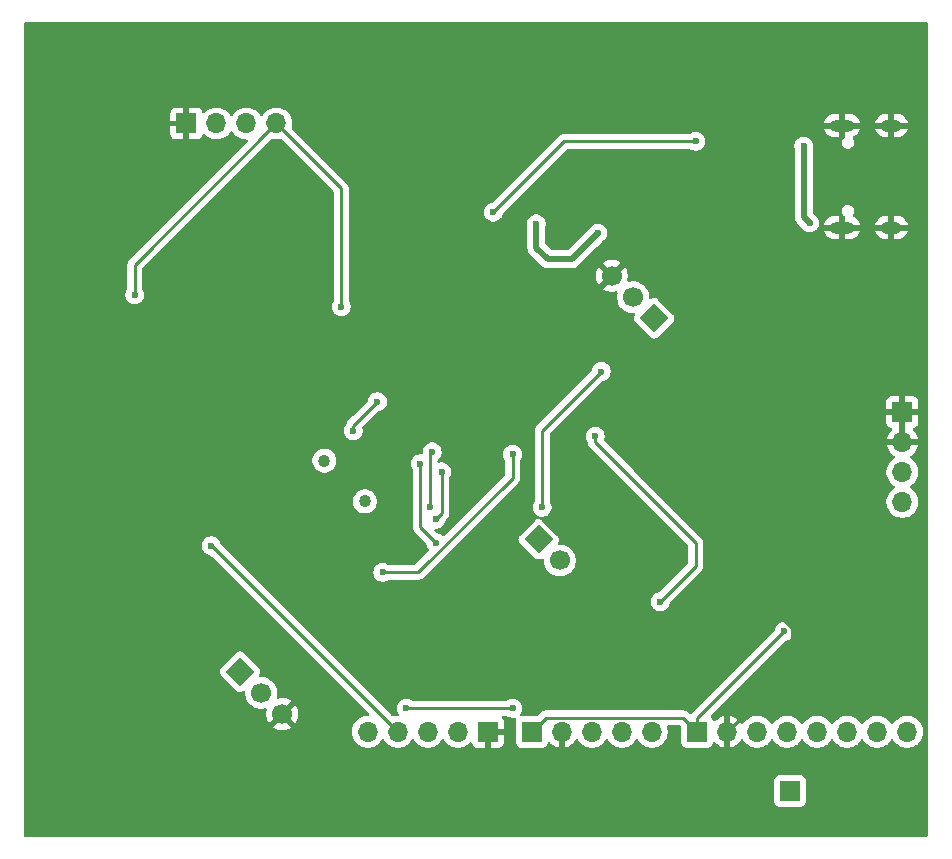
<source format=gbr>
%TF.GenerationSoftware,KiCad,Pcbnew,9.0.0*%
%TF.CreationDate,2025-03-24T18:02:28-05:00*%
%TF.ProjectId,Project 2.0,50726f6a-6563-4742-9032-2e302e6b6963,rev?*%
%TF.SameCoordinates,Original*%
%TF.FileFunction,Copper,L2,Bot*%
%TF.FilePolarity,Positive*%
%FSLAX46Y46*%
G04 Gerber Fmt 4.6, Leading zero omitted, Abs format (unit mm)*
G04 Created by KiCad (PCBNEW 9.0.0) date 2025-03-24 18:02:28*
%MOMM*%
%LPD*%
G01*
G04 APERTURE LIST*
G04 Aperture macros list*
%AMHorizOval*
0 Thick line with rounded ends*
0 $1 width*
0 $2 $3 position (X,Y) of the first rounded end (center of the circle)*
0 $4 $5 position (X,Y) of the second rounded end (center of the circle)*
0 Add line between two ends*
20,1,$1,$2,$3,$4,$5,0*
0 Add two circle primitives to create the rounded ends*
1,1,$1,$2,$3*
1,1,$1,$4,$5*%
%AMRotRect*
0 Rectangle, with rotation*
0 The origin of the aperture is its center*
0 $1 length*
0 $2 width*
0 $3 Rotation angle, in degrees counterclockwise*
0 Add horizontal line*
21,1,$1,$2,0,0,$3*%
G04 Aperture macros list end*
%TA.AperFunction,ComponentPad*%
%ADD10R,1.700000X1.700000*%
%TD*%
%TA.AperFunction,ComponentPad*%
%ADD11O,1.700000X1.700000*%
%TD*%
%TA.AperFunction,HeatsinkPad*%
%ADD12O,2.100000X1.000000*%
%TD*%
%TA.AperFunction,HeatsinkPad*%
%ADD13O,1.800000X1.000000*%
%TD*%
%TA.AperFunction,ComponentPad*%
%ADD14RotRect,1.700000X1.700000X45.000000*%
%TD*%
%TA.AperFunction,ComponentPad*%
%ADD15HorizOval,1.700000X0.000000X0.000000X0.000000X0.000000X0*%
%TD*%
%TA.AperFunction,ComponentPad*%
%ADD16RotRect,1.700000X1.700000X225.000000*%
%TD*%
%TA.AperFunction,ComponentPad*%
%ADD17HorizOval,1.700000X0.000000X0.000000X0.000000X0.000000X0*%
%TD*%
%TA.AperFunction,ComponentPad*%
%ADD18C,1.030000*%
%TD*%
%TA.AperFunction,ViaPad*%
%ADD19C,0.600000*%
%TD*%
%TA.AperFunction,Conductor*%
%ADD20C,0.200000*%
%TD*%
%TA.AperFunction,Conductor*%
%ADD21C,0.254000*%
%TD*%
%TA.AperFunction,Conductor*%
%ADD22C,0.508000*%
%TD*%
G04 APERTURE END LIST*
D10*
%TO.P,J7,1,Pin_1*%
%TO.N,/SPI1_MISO*%
X175353375Y-144585608D03*
%TD*%
%TO.P,J8,1,Pin_1*%
%TO.N,GND*%
X184853375Y-112505608D03*
D11*
%TO.P,J8,2,Pin_2*%
X184853375Y-115045608D03*
%TO.P,J8,3,Pin_3*%
%TO.N,VCC*%
X184853375Y-117585608D03*
%TO.P,J8,4,Pin_4*%
X184853375Y-120125608D03*
%TD*%
D10*
%TO.P,J4,1,Pin_1*%
%TO.N,VCC*%
X153478375Y-139585608D03*
D11*
%TO.P,J4,2,Pin_2*%
%TO.N,GND*%
X156018375Y-139585608D03*
%TO.P,J4,3,Pin_3*%
%TO.N,/MIC_SEL*%
X158558374Y-139585608D03*
%TO.P,J4,4,Pin_4*%
%TO.N,/I2S2_SD*%
X161098375Y-139585608D03*
%TO.P,J4,5,Pin_5*%
%TO.N,/I2S2_CK*%
X163638375Y-139585608D03*
%TD*%
D12*
%TO.P,J11,S1,SHIELD*%
%TO.N,GND*%
X179748375Y-96905608D03*
D13*
X183928375Y-96905608D03*
D12*
X179748375Y-88265608D03*
D13*
X183928375Y-88265608D03*
%TD*%
D10*
%TO.P,J6,1,Pin_1*%
%TO.N,VCC*%
X167478375Y-139585608D03*
D11*
%TO.P,J6,2,Pin_2*%
%TO.N,GND*%
X170018375Y-139585608D03*
%TO.P,J6,3,Pin_3*%
%TO.N,/SPI1_SCK*%
X172558374Y-139585608D03*
%TO.P,J6,4,Pin_4*%
%TO.N,/SPI1_MOSI*%
X175098375Y-139585608D03*
%TO.P,J6,5,Pin_5*%
%TO.N,/CS*%
X177638375Y-139585608D03*
%TO.P,J6,6,Pin_6*%
%TO.N,/DC*%
X180178375Y-139585608D03*
%TO.P,J6,7,Pin_7*%
%TO.N,/RST*%
X182718375Y-139585608D03*
%TO.P,J6,8,Pin_8*%
%TO.N,/BL*%
X185258376Y-139585608D03*
%TD*%
D14*
%TO.P,J3,1,Pin_1*%
%TO.N,/UART2_TX*%
X128761273Y-134493506D03*
D15*
%TO.P,J3,2,Pin_2*%
%TO.N,/UART2_RX*%
X130557324Y-136289557D03*
%TO.P,J3,3,Pin_3*%
%TO.N,GND*%
X132353375Y-138085608D03*
%TD*%
D10*
%TO.P,J2,1,Pin_1*%
%TO.N,GND*%
X149753375Y-139585608D03*
D11*
%TO.P,J2,2,Pin_2*%
%TO.N,VCC*%
X147213375Y-139585608D03*
%TO.P,J2,3,Pin_3*%
%TO.N,/ADC1_IN0*%
X144673375Y-139585608D03*
%TO.P,J2,4,Pin_4*%
%TO.N,VCC*%
X142133375Y-139585608D03*
%TO.P,J2,5,Pin_5*%
%TO.N,Net-(J2-Pin_5)*%
X139593375Y-139585608D03*
%TD*%
D10*
%TO.P,J10,1,Pin_1*%
%TO.N,GND*%
X124233375Y-88085608D03*
D11*
%TO.P,J10,2,Pin_2*%
%TO.N,/SWCLK*%
X126773375Y-88085608D03*
%TO.P,J10,3,Pin_3*%
%TO.N,/SWDIO*%
X129313375Y-88085608D03*
%TO.P,J10,4,Pin_4*%
%TO.N,VCC*%
X131853375Y-88085608D03*
%TD*%
D16*
%TO.P,J9,1,Pin_1*%
%TO.N,/UART1_TX*%
X163853375Y-104585608D03*
D17*
%TO.P,J9,2,Pin_2*%
%TO.N,/UART1_RX*%
X162057324Y-102789557D03*
%TO.P,J9,3,Pin_3*%
%TO.N,GND*%
X160261273Y-100993506D03*
%TD*%
D18*
%TO.P,Y1,1*%
%TO.N,/OSC_IN*%
X135902693Y-116634926D03*
%TO.P,Y1,2*%
%TO.N,/OSC_OUT*%
X139353375Y-120085608D03*
%TD*%
D14*
%TO.P,J5,1,Pin_1*%
%TO.N,/I2S2_WS*%
X154057324Y-123289557D03*
D15*
%TO.P,J5,2,Pin_2*%
%TO.N,/I2S2_ext_SD*%
X155853375Y-125085608D03*
%TD*%
D19*
%TO.N,GND*%
X127500000Y-105000000D03*
%TO.N,VCC*%
X126342968Y-123842968D03*
X142853375Y-137585608D03*
X144046731Y-116892252D03*
X145353375Y-123585608D03*
X137353375Y-103585608D03*
X167353375Y-89585608D03*
X119853375Y-102585608D03*
X174853375Y-131085608D03*
X151853375Y-137585608D03*
X150226375Y-95585608D03*
%TO.N,GND*%
X176500000Y-88500000D03*
X170000000Y-91000000D03*
X136500000Y-128000000D03*
X145329144Y-110670856D03*
X170000000Y-94000000D03*
X172500000Y-89000000D03*
X128000000Y-94000000D03*
X127000000Y-98000000D03*
X148000000Y-131000000D03*
X170000000Y-126000000D03*
%TO.N,/NRST*%
X140412847Y-111645081D03*
X138353375Y-114085608D03*
%TO.N,/VIN*%
X159078377Y-97360606D03*
X177012114Y-96512114D03*
X153853375Y-96585608D03*
X176500000Y-90000000D03*
%TO.N,/UART2_TX*%
X144853375Y-120585608D03*
X145046731Y-115892252D03*
%TO.N,/UART2_RX*%
X140853375Y-126085608D03*
X151853375Y-116085608D03*
%TO.N,/I2S2_CK*%
X158853375Y-114585608D03*
X164353375Y-128585608D03*
%TO.N,/ADC1_IN0*%
X145353375Y-121585608D03*
X145853375Y-117585608D03*
%TO.N,/I2S2_WS*%
X154353375Y-120585608D03*
X159353375Y-109085608D03*
%TD*%
D20*
%TO.N,GND*%
X127500000Y-105000000D02*
X127500000Y-98500000D01*
X127500000Y-98500000D02*
X127000000Y-98000000D01*
D21*
%TO.N,VCC*%
X126390735Y-123842968D02*
X142133375Y-139585608D01*
X126342968Y-123842968D02*
X126390735Y-123842968D01*
X142853375Y-137585608D02*
X151853375Y-137585608D01*
X137353375Y-103585608D02*
X137353375Y-93585608D01*
X144046731Y-116892252D02*
X144046731Y-122278964D01*
X150226375Y-95585608D02*
X156226375Y-89585608D01*
X153478375Y-139585608D02*
X154656375Y-138407608D01*
X144046731Y-122278964D02*
X145353375Y-123585608D01*
X131853375Y-88085608D02*
X119853375Y-100085608D01*
X174853375Y-131085608D02*
X167478375Y-138460608D01*
X137353375Y-93585608D02*
X131853375Y-88085608D01*
X154656375Y-138407608D02*
X166300375Y-138407608D01*
X166300375Y-138407608D02*
X167478375Y-139585608D01*
X156226375Y-89585608D02*
X167353375Y-89585608D01*
X167478375Y-138460608D02*
X167478375Y-139585608D01*
X119853375Y-100085608D02*
X119853375Y-102585608D01*
%TO.N,GND*%
X170000000Y-126000000D02*
X170655894Y-126000000D01*
X175481375Y-134122608D02*
X170018375Y-139585608D01*
X148000000Y-131000000D02*
X139500000Y-131000000D01*
X128000000Y-97000000D02*
X127000000Y-98000000D01*
X170000000Y-91000000D02*
X170000000Y-94000000D01*
X150583923Y-110670856D02*
X160261273Y-100993506D01*
X170655894Y-126000000D02*
X175481375Y-130825481D01*
X176500000Y-88500000D02*
X173000000Y-88500000D01*
X139500000Y-131000000D02*
X136500000Y-128000000D01*
X128000000Y-94000000D02*
X128000000Y-97000000D01*
X175481375Y-130825481D02*
X175481375Y-134122608D01*
X145329144Y-110670856D02*
X150583923Y-110670856D01*
X173000000Y-88500000D02*
X172500000Y-89000000D01*
%TO.N,/NRST*%
X138353375Y-113704553D02*
X138353375Y-114085608D01*
X140412847Y-111645081D02*
X138353375Y-113704553D01*
D22*
%TO.N,/VIN*%
X176500000Y-96000000D02*
X177012114Y-96512114D01*
X156853375Y-99585608D02*
X159078377Y-97360606D01*
X153853375Y-96585608D02*
X153853375Y-98585608D01*
X153853375Y-98585608D02*
X154853375Y-99585608D01*
X154853375Y-99585608D02*
X156853375Y-99585608D01*
X176500000Y-90000000D02*
X176500000Y-96000000D01*
D21*
%TO.N,/UART2_TX*%
X144853375Y-120585608D02*
X144853375Y-116085608D01*
X144853375Y-116085608D02*
X145046731Y-115892252D01*
%TO.N,/UART2_RX*%
X140853375Y-126085608D02*
X143853375Y-126085608D01*
X151853375Y-118085608D02*
X151853375Y-116085608D01*
X143853375Y-126085608D02*
X151853375Y-118085608D01*
%TO.N,/I2S2_CK*%
X167353375Y-125585608D02*
X167353375Y-123585608D01*
X167353375Y-123585608D02*
X158853375Y-115085608D01*
X164353375Y-128585608D02*
X167353375Y-125585608D01*
X158853375Y-115085608D02*
X158853375Y-114585608D01*
%TO.N,/ADC1_IN0*%
X145353375Y-121585608D02*
X145853375Y-121085608D01*
X145853375Y-121085608D02*
X145853375Y-117585608D01*
%TO.N,/I2S2_WS*%
X154353375Y-120585608D02*
X154353375Y-114085608D01*
X154353375Y-114085608D02*
X159353375Y-109085608D01*
%TD*%
%TA.AperFunction,Conductor*%
%TO.N,GND*%
G36*
X185103375Y-114612596D02*
G01*
X185046368Y-114579683D01*
X184919201Y-114545608D01*
X184787549Y-114545608D01*
X184660382Y-114579683D01*
X184603375Y-114612596D01*
X184603375Y-112938620D01*
X184660382Y-112971533D01*
X184787549Y-113005608D01*
X184919201Y-113005608D01*
X185046368Y-112971533D01*
X185103375Y-112938620D01*
X185103375Y-114612596D01*
G37*
%TD.AperFunction*%
%TA.AperFunction,Conductor*%
G36*
X186942539Y-79519685D02*
G01*
X186988294Y-79572489D01*
X186999500Y-79624000D01*
X186999500Y-148376000D01*
X186979815Y-148443039D01*
X186927011Y-148488794D01*
X186875500Y-148500000D01*
X110624500Y-148500000D01*
X110557461Y-148480315D01*
X110511706Y-148427511D01*
X110500500Y-148376000D01*
X110500500Y-143687743D01*
X174002875Y-143687743D01*
X174002875Y-145483478D01*
X174002876Y-145483484D01*
X174009283Y-145543091D01*
X174059577Y-145677936D01*
X174059581Y-145677943D01*
X174145827Y-145793152D01*
X174145830Y-145793155D01*
X174261039Y-145879401D01*
X174261046Y-145879405D01*
X174395892Y-145929699D01*
X174395891Y-145929699D01*
X174402819Y-145930443D01*
X174455502Y-145936108D01*
X176251247Y-145936107D01*
X176310858Y-145929699D01*
X176445706Y-145879404D01*
X176560921Y-145793154D01*
X176647171Y-145677939D01*
X176697466Y-145543091D01*
X176703875Y-145483481D01*
X176703874Y-143687736D01*
X176697466Y-143628125D01*
X176647171Y-143493277D01*
X176647170Y-143493276D01*
X176647168Y-143493272D01*
X176560922Y-143378063D01*
X176560919Y-143378060D01*
X176445710Y-143291814D01*
X176445703Y-143291810D01*
X176310857Y-143241516D01*
X176310858Y-143241516D01*
X176251258Y-143235109D01*
X176251256Y-143235108D01*
X176251248Y-143235108D01*
X176251239Y-143235108D01*
X174455504Y-143235108D01*
X174455498Y-143235109D01*
X174395891Y-143241516D01*
X174261046Y-143291810D01*
X174261039Y-143291814D01*
X174145830Y-143378060D01*
X174145827Y-143378063D01*
X174059581Y-143493272D01*
X174059577Y-143493279D01*
X174009283Y-143628125D01*
X174002876Y-143687724D01*
X174002876Y-143687731D01*
X174002875Y-143687743D01*
X110500500Y-143687743D01*
X110500500Y-134493506D01*
X127053545Y-134493506D01*
X127074025Y-134635961D01*
X127074026Y-134635965D01*
X127133812Y-134766876D01*
X127133813Y-134766877D01*
X127133814Y-134766879D01*
X127171433Y-134813562D01*
X127171436Y-134813565D01*
X127171441Y-134813571D01*
X128259021Y-135901148D01*
X128441217Y-136083344D01*
X128441221Y-136083347D01*
X128441223Y-136083349D01*
X128487899Y-136120965D01*
X128618813Y-136180752D01*
X128618814Y-136180752D01*
X128618816Y-136180753D01*
X128761273Y-136201234D01*
X128903730Y-136180753D01*
X128926617Y-136170300D01*
X129031312Y-136122488D01*
X129100471Y-136112544D01*
X129164026Y-136141569D01*
X129201801Y-136200347D01*
X129206824Y-136235282D01*
X129206824Y-136395844D01*
X129240078Y-136605800D01*
X129294723Y-136773980D01*
X129305768Y-136807971D01*
X129402275Y-136997377D01*
X129527214Y-137169343D01*
X129677537Y-137319666D01*
X129849503Y-137444605D01*
X129849505Y-137444606D01*
X129849508Y-137444608D01*
X130038912Y-137541114D01*
X130241081Y-137606803D01*
X130451037Y-137640057D01*
X130451038Y-137640057D01*
X130663610Y-137640057D01*
X130663611Y-137640057D01*
X130873567Y-137606803D01*
X130883505Y-137603573D01*
X130953342Y-137601577D01*
X131013176Y-137637655D01*
X131044006Y-137700355D01*
X131039757Y-137759814D01*
X131036617Y-137769478D01*
X131036617Y-137769480D01*
X131003375Y-137979361D01*
X131003375Y-138191854D01*
X131036617Y-138401735D01*
X131036617Y-138401738D01*
X131102279Y-138603825D01*
X131198750Y-138793158D01*
X131238103Y-138847324D01*
X131870412Y-138215016D01*
X131887450Y-138278601D01*
X131953276Y-138392615D01*
X132046368Y-138485707D01*
X132160382Y-138551533D01*
X132223965Y-138568570D01*
X131591657Y-139200877D01*
X131591657Y-139200878D01*
X131645824Y-139240232D01*
X131835157Y-139336703D01*
X132037245Y-139402365D01*
X132247129Y-139435608D01*
X132459621Y-139435608D01*
X132669502Y-139402365D01*
X132669505Y-139402365D01*
X132871592Y-139336703D01*
X133060929Y-139240230D01*
X133115091Y-139200878D01*
X133115092Y-139200878D01*
X132482783Y-138568570D01*
X132546368Y-138551533D01*
X132660382Y-138485707D01*
X132753474Y-138392615D01*
X132819300Y-138278601D01*
X132836337Y-138215017D01*
X133468645Y-138847325D01*
X133468645Y-138847324D01*
X133507997Y-138793162D01*
X133604470Y-138603825D01*
X133670132Y-138401738D01*
X133670132Y-138401735D01*
X133703375Y-138191854D01*
X133703375Y-137979361D01*
X133670132Y-137769480D01*
X133670132Y-137769477D01*
X133604470Y-137567390D01*
X133507999Y-137378057D01*
X133468645Y-137323890D01*
X133468644Y-137323890D01*
X132836337Y-137956198D01*
X132819300Y-137892615D01*
X132753474Y-137778601D01*
X132660382Y-137685509D01*
X132546368Y-137619683D01*
X132482783Y-137602645D01*
X133115091Y-136970336D01*
X133060925Y-136930983D01*
X132871592Y-136834512D01*
X132669504Y-136768850D01*
X132459621Y-136735608D01*
X132247129Y-136735608D01*
X132037247Y-136768850D01*
X132037245Y-136768850D01*
X132027581Y-136771990D01*
X131957740Y-136773980D01*
X131897909Y-136737895D01*
X131867086Y-136675192D01*
X131871340Y-136615738D01*
X131874570Y-136605800D01*
X131907824Y-136395844D01*
X131907824Y-136183270D01*
X131874570Y-135973314D01*
X131808881Y-135771145D01*
X131712375Y-135581741D01*
X131712373Y-135581738D01*
X131712372Y-135581736D01*
X131587433Y-135409770D01*
X131437110Y-135259447D01*
X131265144Y-135134508D01*
X131075738Y-135038001D01*
X131075737Y-135038000D01*
X131075736Y-135038000D01*
X130873567Y-134972311D01*
X130873565Y-134972310D01*
X130873564Y-134972310D01*
X130712281Y-134946765D01*
X130663611Y-134939057D01*
X130503049Y-134939057D01*
X130436010Y-134919372D01*
X130390255Y-134866568D01*
X130380311Y-134797410D01*
X130390255Y-134763545D01*
X130448519Y-134635965D01*
X130448518Y-134635965D01*
X130448520Y-134635963D01*
X130469001Y-134493506D01*
X130448520Y-134351049D01*
X130388732Y-134220133D01*
X130351113Y-134173450D01*
X130351108Y-134173445D01*
X130351104Y-134173440D01*
X129081332Y-132903671D01*
X129081326Y-132903666D01*
X129081322Y-132903662D01*
X129034646Y-132866046D01*
X128903732Y-132806259D01*
X128903728Y-132806258D01*
X128761273Y-132785778D01*
X128618817Y-132806258D01*
X128618813Y-132806259D01*
X128487902Y-132866045D01*
X128441207Y-132903674D01*
X127171438Y-134173446D01*
X127171429Y-134173456D01*
X127133813Y-134220132D01*
X127074026Y-134351046D01*
X127074025Y-134351050D01*
X127053545Y-134493506D01*
X110500500Y-134493506D01*
X110500500Y-123764121D01*
X125542468Y-123764121D01*
X125542468Y-123921814D01*
X125573229Y-124076457D01*
X125573232Y-124076469D01*
X125633570Y-124222140D01*
X125633577Y-124222153D01*
X125721178Y-124353256D01*
X125721181Y-124353260D01*
X125832675Y-124464754D01*
X125832679Y-124464757D01*
X125963782Y-124552358D01*
X125963795Y-124552365D01*
X126109466Y-124612703D01*
X126109471Y-124612705D01*
X126167735Y-124624294D01*
X126270100Y-124644657D01*
X126269867Y-124645827D01*
X126328776Y-124669609D01*
X126339525Y-124679177D01*
X139683775Y-138023427D01*
X139717260Y-138084750D01*
X139712276Y-138154442D01*
X139670404Y-138210375D01*
X139604940Y-138234792D01*
X139596094Y-138235108D01*
X139487088Y-138235108D01*
X139440512Y-138242485D01*
X139277135Y-138268361D01*
X139074960Y-138334052D01*
X138885554Y-138430559D01*
X138713588Y-138555498D01*
X138563265Y-138705821D01*
X138438326Y-138877787D01*
X138341819Y-139067193D01*
X138276128Y-139269368D01*
X138245997Y-139459608D01*
X138242875Y-139479321D01*
X138242875Y-139691895D01*
X138276129Y-139901851D01*
X138323374Y-140047257D01*
X138341819Y-140104022D01*
X138438326Y-140293428D01*
X138563265Y-140465394D01*
X138713588Y-140615717D01*
X138885554Y-140740656D01*
X138885556Y-140740657D01*
X138885559Y-140740659D01*
X139074963Y-140837165D01*
X139277132Y-140902854D01*
X139487088Y-140936108D01*
X139487089Y-140936108D01*
X139699661Y-140936108D01*
X139699662Y-140936108D01*
X139909618Y-140902854D01*
X140111787Y-140837165D01*
X140301191Y-140740659D01*
X140387513Y-140677943D01*
X140473161Y-140615717D01*
X140473163Y-140615714D01*
X140473167Y-140615712D01*
X140623479Y-140465400D01*
X140623481Y-140465396D01*
X140623484Y-140465394D01*
X140748423Y-140293428D01*
X140748425Y-140293425D01*
X140748426Y-140293424D01*
X140752889Y-140284662D01*
X140800863Y-140233867D01*
X140868683Y-140217071D01*
X140934819Y-140239607D01*
X140973859Y-140284662D01*
X140977966Y-140292723D01*
X140978326Y-140293428D01*
X141103265Y-140465394D01*
X141253588Y-140615717D01*
X141425554Y-140740656D01*
X141425556Y-140740657D01*
X141425559Y-140740659D01*
X141614963Y-140837165D01*
X141817132Y-140902854D01*
X142027088Y-140936108D01*
X142027089Y-140936108D01*
X142239661Y-140936108D01*
X142239662Y-140936108D01*
X142449618Y-140902854D01*
X142651787Y-140837165D01*
X142841191Y-140740659D01*
X142927513Y-140677943D01*
X143013161Y-140615717D01*
X143013163Y-140615714D01*
X143013167Y-140615712D01*
X143163479Y-140465400D01*
X143163481Y-140465396D01*
X143163484Y-140465394D01*
X143288423Y-140293428D01*
X143288425Y-140293425D01*
X143288426Y-140293424D01*
X143292889Y-140284662D01*
X143340863Y-140233867D01*
X143408683Y-140217071D01*
X143474819Y-140239607D01*
X143513859Y-140284662D01*
X143517966Y-140292723D01*
X143518326Y-140293428D01*
X143643265Y-140465394D01*
X143793588Y-140615717D01*
X143965554Y-140740656D01*
X143965556Y-140740657D01*
X143965559Y-140740659D01*
X144154963Y-140837165D01*
X144357132Y-140902854D01*
X144567088Y-140936108D01*
X144567089Y-140936108D01*
X144779661Y-140936108D01*
X144779662Y-140936108D01*
X144989618Y-140902854D01*
X145191787Y-140837165D01*
X145381191Y-140740659D01*
X145467513Y-140677943D01*
X145553161Y-140615717D01*
X145553163Y-140615714D01*
X145553167Y-140615712D01*
X145703479Y-140465400D01*
X145703481Y-140465396D01*
X145703484Y-140465394D01*
X145828423Y-140293428D01*
X145828425Y-140293425D01*
X145828426Y-140293424D01*
X145832889Y-140284662D01*
X145880863Y-140233867D01*
X145948683Y-140217071D01*
X146014819Y-140239607D01*
X146053859Y-140284662D01*
X146057966Y-140292723D01*
X146058326Y-140293428D01*
X146183265Y-140465394D01*
X146333588Y-140615717D01*
X146505554Y-140740656D01*
X146505556Y-140740657D01*
X146505559Y-140740659D01*
X146694963Y-140837165D01*
X146897132Y-140902854D01*
X147107088Y-140936108D01*
X147107089Y-140936108D01*
X147319661Y-140936108D01*
X147319662Y-140936108D01*
X147529618Y-140902854D01*
X147731787Y-140837165D01*
X147921191Y-140740659D01*
X148007853Y-140677696D01*
X148093159Y-140615718D01*
X148093159Y-140615717D01*
X148093167Y-140615712D01*
X148207092Y-140501786D01*
X148268411Y-140468304D01*
X148338103Y-140473288D01*
X148394037Y-140515159D01*
X148410952Y-140546136D01*
X148460021Y-140677696D01*
X148460024Y-140677701D01*
X148546184Y-140792795D01*
X148546187Y-140792798D01*
X148661281Y-140878958D01*
X148661288Y-140878962D01*
X148795995Y-140929204D01*
X148796002Y-140929206D01*
X148855530Y-140935607D01*
X148855547Y-140935608D01*
X149503375Y-140935608D01*
X149503375Y-140018620D01*
X149560382Y-140051533D01*
X149687549Y-140085608D01*
X149819201Y-140085608D01*
X149946368Y-140051533D01*
X150003375Y-140018620D01*
X150003375Y-140935608D01*
X150651203Y-140935608D01*
X150651219Y-140935607D01*
X150710747Y-140929206D01*
X150710754Y-140929204D01*
X150845461Y-140878962D01*
X150845468Y-140878958D01*
X150960562Y-140792798D01*
X150960565Y-140792795D01*
X151046725Y-140677701D01*
X151046729Y-140677694D01*
X151096971Y-140542987D01*
X151096973Y-140542980D01*
X151103374Y-140483452D01*
X151103375Y-140483435D01*
X151103375Y-139835608D01*
X150186387Y-139835608D01*
X150219300Y-139778601D01*
X150253375Y-139651434D01*
X150253375Y-139519782D01*
X150219300Y-139392615D01*
X150186387Y-139335608D01*
X151103375Y-139335608D01*
X151103375Y-138687780D01*
X151103374Y-138687763D01*
X151096973Y-138628235D01*
X151096971Y-138628228D01*
X151046729Y-138493521D01*
X151046727Y-138493518D01*
X150985268Y-138411420D01*
X150980559Y-138398797D01*
X150971740Y-138388619D01*
X150968588Y-138366703D01*
X150960850Y-138345956D01*
X150963713Y-138332793D01*
X150961796Y-138319461D01*
X150970994Y-138299319D01*
X150975701Y-138277682D01*
X150985225Y-138268157D01*
X150990821Y-138255905D01*
X151009450Y-138243932D01*
X151025106Y-138228277D01*
X151039547Y-138224590D01*
X151049599Y-138218131D01*
X151084534Y-138213108D01*
X151314018Y-138213108D01*
X151381057Y-138232793D01*
X151382909Y-138234006D01*
X151474189Y-138294998D01*
X151474202Y-138295005D01*
X151619873Y-138355343D01*
X151619878Y-138355345D01*
X151774528Y-138386107D01*
X151774531Y-138386108D01*
X151774533Y-138386108D01*
X151932218Y-138386108D01*
X151965975Y-138379393D01*
X152029901Y-138366677D01*
X152099491Y-138372904D01*
X152154669Y-138415766D01*
X152177914Y-138481656D01*
X152170274Y-138531626D01*
X152134284Y-138628122D01*
X152134283Y-138628124D01*
X152127876Y-138687724D01*
X152127875Y-138687743D01*
X152127875Y-140483478D01*
X152127876Y-140483484D01*
X152134283Y-140543091D01*
X152184577Y-140677936D01*
X152184581Y-140677943D01*
X152270827Y-140793152D01*
X152270830Y-140793155D01*
X152386039Y-140879401D01*
X152386046Y-140879405D01*
X152520892Y-140929699D01*
X152520891Y-140929699D01*
X152527819Y-140930443D01*
X152580502Y-140936108D01*
X154376247Y-140936107D01*
X154435858Y-140929699D01*
X154570706Y-140879404D01*
X154685921Y-140793154D01*
X154772171Y-140677939D01*
X154772263Y-140677694D01*
X154821377Y-140546010D01*
X154863247Y-140490076D01*
X154928712Y-140465658D01*
X154996985Y-140480509D01*
X155025240Y-140501661D01*
X155138910Y-140615331D01*
X155138915Y-140615335D01*
X155310817Y-140740228D01*
X155500157Y-140836703D01*
X155702246Y-140902365D01*
X155768375Y-140912839D01*
X155768375Y-140018620D01*
X155825382Y-140051533D01*
X155952549Y-140085608D01*
X156084201Y-140085608D01*
X156211368Y-140051533D01*
X156268375Y-140018620D01*
X156268375Y-140912838D01*
X156334501Y-140902365D01*
X156334504Y-140902365D01*
X156536592Y-140836703D01*
X156725932Y-140740228D01*
X156897834Y-140615335D01*
X156897839Y-140615331D01*
X157048098Y-140465072D01*
X157048102Y-140465067D01*
X157172996Y-140293164D01*
X157177605Y-140284119D01*
X157225576Y-140233320D01*
X157293396Y-140216520D01*
X157359532Y-140239054D01*
X157398576Y-140284109D01*
X157403323Y-140293425D01*
X157528264Y-140465394D01*
X157678587Y-140615717D01*
X157850553Y-140740656D01*
X157850555Y-140740657D01*
X157850558Y-140740659D01*
X158039962Y-140837165D01*
X158242131Y-140902854D01*
X158452087Y-140936108D01*
X158452088Y-140936108D01*
X158664660Y-140936108D01*
X158664661Y-140936108D01*
X158874617Y-140902854D01*
X159076786Y-140837165D01*
X159266190Y-140740659D01*
X159352512Y-140677943D01*
X159438160Y-140615717D01*
X159438162Y-140615714D01*
X159438166Y-140615712D01*
X159588478Y-140465400D01*
X159588480Y-140465396D01*
X159588483Y-140465394D01*
X159713422Y-140293429D01*
X159713557Y-140293164D01*
X159717887Y-140284664D01*
X159765858Y-140233868D01*
X159833678Y-140217070D01*
X159899814Y-140239604D01*
X159938858Y-140284660D01*
X159943324Y-140293425D01*
X160068265Y-140465394D01*
X160218588Y-140615717D01*
X160390554Y-140740656D01*
X160390556Y-140740657D01*
X160390559Y-140740659D01*
X160579963Y-140837165D01*
X160782132Y-140902854D01*
X160992088Y-140936108D01*
X160992089Y-140936108D01*
X161204661Y-140936108D01*
X161204662Y-140936108D01*
X161414618Y-140902854D01*
X161616787Y-140837165D01*
X161806191Y-140740659D01*
X161892513Y-140677943D01*
X161978161Y-140615717D01*
X161978163Y-140615714D01*
X161978167Y-140615712D01*
X162128479Y-140465400D01*
X162128481Y-140465396D01*
X162128484Y-140465394D01*
X162253423Y-140293428D01*
X162253425Y-140293425D01*
X162253426Y-140293424D01*
X162257889Y-140284662D01*
X162305863Y-140233867D01*
X162373683Y-140217071D01*
X162439819Y-140239607D01*
X162478859Y-140284662D01*
X162482966Y-140292723D01*
X162483326Y-140293428D01*
X162608265Y-140465394D01*
X162758588Y-140615717D01*
X162930554Y-140740656D01*
X162930556Y-140740657D01*
X162930559Y-140740659D01*
X163119963Y-140837165D01*
X163322132Y-140902854D01*
X163532088Y-140936108D01*
X163532089Y-140936108D01*
X163744661Y-140936108D01*
X163744662Y-140936108D01*
X163954618Y-140902854D01*
X164156787Y-140837165D01*
X164346191Y-140740659D01*
X164432513Y-140677943D01*
X164518161Y-140615717D01*
X164518163Y-140615714D01*
X164518167Y-140615712D01*
X164668479Y-140465400D01*
X164668481Y-140465396D01*
X164668484Y-140465394D01*
X164793423Y-140293428D01*
X164793425Y-140293425D01*
X164793426Y-140293424D01*
X164889932Y-140104020D01*
X164955621Y-139901851D01*
X164988875Y-139691895D01*
X164988875Y-139479321D01*
X164955621Y-139269365D01*
X164932245Y-139197424D01*
X164930251Y-139127585D01*
X164966331Y-139067752D01*
X165029032Y-139036924D01*
X165050177Y-139035108D01*
X165989094Y-139035108D01*
X166018534Y-139043752D01*
X166048521Y-139050276D01*
X166053536Y-139054030D01*
X166056133Y-139054793D01*
X166076775Y-139071427D01*
X166091556Y-139086208D01*
X166125041Y-139147531D01*
X166127875Y-139173889D01*
X166127875Y-140483478D01*
X166127876Y-140483484D01*
X166134283Y-140543091D01*
X166184577Y-140677936D01*
X166184581Y-140677943D01*
X166270827Y-140793152D01*
X166270830Y-140793155D01*
X166386039Y-140879401D01*
X166386046Y-140879405D01*
X166520892Y-140929699D01*
X166520891Y-140929699D01*
X166527819Y-140930443D01*
X166580502Y-140936108D01*
X168376247Y-140936107D01*
X168435858Y-140929699D01*
X168570706Y-140879404D01*
X168685921Y-140793154D01*
X168772171Y-140677939D01*
X168772263Y-140677694D01*
X168821377Y-140546010D01*
X168863247Y-140490076D01*
X168928712Y-140465658D01*
X168996985Y-140480509D01*
X169025240Y-140501661D01*
X169138910Y-140615331D01*
X169138915Y-140615335D01*
X169310817Y-140740228D01*
X169500157Y-140836703D01*
X169702246Y-140902365D01*
X169768375Y-140912839D01*
X169768375Y-140018620D01*
X169825382Y-140051533D01*
X169952549Y-140085608D01*
X170084201Y-140085608D01*
X170211368Y-140051533D01*
X170268375Y-140018620D01*
X170268375Y-140912838D01*
X170334501Y-140902365D01*
X170334504Y-140902365D01*
X170536592Y-140836703D01*
X170725932Y-140740228D01*
X170897834Y-140615335D01*
X170897839Y-140615331D01*
X171048098Y-140465072D01*
X171048102Y-140465067D01*
X171172996Y-140293164D01*
X171177605Y-140284119D01*
X171225576Y-140233320D01*
X171293396Y-140216520D01*
X171359532Y-140239054D01*
X171398576Y-140284109D01*
X171403323Y-140293425D01*
X171528264Y-140465394D01*
X171678587Y-140615717D01*
X171850553Y-140740656D01*
X171850555Y-140740657D01*
X171850558Y-140740659D01*
X172039962Y-140837165D01*
X172242131Y-140902854D01*
X172452087Y-140936108D01*
X172452088Y-140936108D01*
X172664660Y-140936108D01*
X172664661Y-140936108D01*
X172874617Y-140902854D01*
X173076786Y-140837165D01*
X173266190Y-140740659D01*
X173352512Y-140677943D01*
X173438160Y-140615717D01*
X173438162Y-140615714D01*
X173438166Y-140615712D01*
X173588478Y-140465400D01*
X173588480Y-140465396D01*
X173588483Y-140465394D01*
X173713422Y-140293429D01*
X173713557Y-140293164D01*
X173717887Y-140284664D01*
X173765858Y-140233868D01*
X173833678Y-140217070D01*
X173899814Y-140239604D01*
X173938858Y-140284660D01*
X173943324Y-140293425D01*
X174068265Y-140465394D01*
X174218588Y-140615717D01*
X174390554Y-140740656D01*
X174390556Y-140740657D01*
X174390559Y-140740659D01*
X174579963Y-140837165D01*
X174782132Y-140902854D01*
X174992088Y-140936108D01*
X174992089Y-140936108D01*
X175204661Y-140936108D01*
X175204662Y-140936108D01*
X175414618Y-140902854D01*
X175616787Y-140837165D01*
X175806191Y-140740659D01*
X175892513Y-140677943D01*
X175978161Y-140615717D01*
X175978163Y-140615714D01*
X175978167Y-140615712D01*
X176128479Y-140465400D01*
X176128481Y-140465396D01*
X176128484Y-140465394D01*
X176253423Y-140293428D01*
X176253425Y-140293425D01*
X176253426Y-140293424D01*
X176257889Y-140284662D01*
X176305863Y-140233867D01*
X176373683Y-140217071D01*
X176439819Y-140239607D01*
X176478859Y-140284662D01*
X176482966Y-140292723D01*
X176483326Y-140293428D01*
X176608265Y-140465394D01*
X176758588Y-140615717D01*
X176930554Y-140740656D01*
X176930556Y-140740657D01*
X176930559Y-140740659D01*
X177119963Y-140837165D01*
X177322132Y-140902854D01*
X177532088Y-140936108D01*
X177532089Y-140936108D01*
X177744661Y-140936108D01*
X177744662Y-140936108D01*
X177954618Y-140902854D01*
X178156787Y-140837165D01*
X178346191Y-140740659D01*
X178432513Y-140677943D01*
X178518161Y-140615717D01*
X178518163Y-140615714D01*
X178518167Y-140615712D01*
X178668479Y-140465400D01*
X178668481Y-140465396D01*
X178668484Y-140465394D01*
X178793423Y-140293428D01*
X178793425Y-140293425D01*
X178793426Y-140293424D01*
X178797889Y-140284662D01*
X178845863Y-140233867D01*
X178913683Y-140217071D01*
X178979819Y-140239607D01*
X179018859Y-140284662D01*
X179022966Y-140292723D01*
X179023326Y-140293428D01*
X179148265Y-140465394D01*
X179298588Y-140615717D01*
X179470554Y-140740656D01*
X179470556Y-140740657D01*
X179470559Y-140740659D01*
X179659963Y-140837165D01*
X179862132Y-140902854D01*
X180072088Y-140936108D01*
X180072089Y-140936108D01*
X180284661Y-140936108D01*
X180284662Y-140936108D01*
X180494618Y-140902854D01*
X180696787Y-140837165D01*
X180886191Y-140740659D01*
X180972513Y-140677943D01*
X181058161Y-140615717D01*
X181058163Y-140615714D01*
X181058167Y-140615712D01*
X181208479Y-140465400D01*
X181208481Y-140465396D01*
X181208484Y-140465394D01*
X181333423Y-140293428D01*
X181333425Y-140293425D01*
X181333426Y-140293424D01*
X181337889Y-140284662D01*
X181385863Y-140233867D01*
X181453683Y-140217071D01*
X181519819Y-140239607D01*
X181558859Y-140284662D01*
X181562966Y-140292723D01*
X181563326Y-140293428D01*
X181688265Y-140465394D01*
X181838588Y-140615717D01*
X182010554Y-140740656D01*
X182010556Y-140740657D01*
X182010559Y-140740659D01*
X182199963Y-140837165D01*
X182402132Y-140902854D01*
X182612088Y-140936108D01*
X182612089Y-140936108D01*
X182824661Y-140936108D01*
X182824662Y-140936108D01*
X183034618Y-140902854D01*
X183236787Y-140837165D01*
X183426191Y-140740659D01*
X183512513Y-140677943D01*
X183598161Y-140615717D01*
X183598163Y-140615714D01*
X183598167Y-140615712D01*
X183748479Y-140465400D01*
X183748481Y-140465396D01*
X183748484Y-140465394D01*
X183873423Y-140293429D01*
X183873558Y-140293164D01*
X183877888Y-140284664D01*
X183925859Y-140233868D01*
X183993679Y-140217070D01*
X184059815Y-140239604D01*
X184098859Y-140284660D01*
X184103325Y-140293425D01*
X184228266Y-140465394D01*
X184378589Y-140615717D01*
X184550555Y-140740656D01*
X184550557Y-140740657D01*
X184550560Y-140740659D01*
X184739964Y-140837165D01*
X184942133Y-140902854D01*
X185152089Y-140936108D01*
X185152090Y-140936108D01*
X185364662Y-140936108D01*
X185364663Y-140936108D01*
X185574619Y-140902854D01*
X185776788Y-140837165D01*
X185966192Y-140740659D01*
X186052514Y-140677943D01*
X186138162Y-140615717D01*
X186138164Y-140615714D01*
X186138168Y-140615712D01*
X186288480Y-140465400D01*
X186288482Y-140465396D01*
X186288485Y-140465394D01*
X186413424Y-140293428D01*
X186413426Y-140293425D01*
X186413427Y-140293424D01*
X186509933Y-140104020D01*
X186575622Y-139901851D01*
X186608876Y-139691895D01*
X186608876Y-139479321D01*
X186575622Y-139269365D01*
X186509933Y-139067196D01*
X186413427Y-138877792D01*
X186413425Y-138877789D01*
X186413424Y-138877787D01*
X186288485Y-138705821D01*
X186138162Y-138555498D01*
X185966196Y-138430559D01*
X185776790Y-138334052D01*
X185776789Y-138334051D01*
X185776788Y-138334051D01*
X185574619Y-138268362D01*
X185574617Y-138268361D01*
X185574616Y-138268361D01*
X185411239Y-138242485D01*
X185364663Y-138235108D01*
X185152089Y-138235108D01*
X185105513Y-138242485D01*
X184942136Y-138268361D01*
X184739961Y-138334052D01*
X184550555Y-138430559D01*
X184378589Y-138555498D01*
X184228266Y-138705821D01*
X184103324Y-138877792D01*
X184103322Y-138877795D01*
X184098857Y-138886558D01*
X184050881Y-138937352D01*
X183983059Y-138954145D01*
X183916925Y-138931605D01*
X183877889Y-138886552D01*
X183873426Y-138877792D01*
X183873424Y-138877789D01*
X183873423Y-138877787D01*
X183748484Y-138705821D01*
X183598161Y-138555498D01*
X183426195Y-138430559D01*
X183236789Y-138334052D01*
X183236788Y-138334051D01*
X183236787Y-138334051D01*
X183034618Y-138268362D01*
X183034616Y-138268361D01*
X183034615Y-138268361D01*
X182871238Y-138242485D01*
X182824662Y-138235108D01*
X182612088Y-138235108D01*
X182565512Y-138242485D01*
X182402135Y-138268361D01*
X182199960Y-138334052D01*
X182010554Y-138430559D01*
X181838588Y-138555498D01*
X181688265Y-138705821D01*
X181563324Y-138877790D01*
X181558859Y-138886554D01*
X181510884Y-138937350D01*
X181443063Y-138954144D01*
X181376928Y-138931606D01*
X181337891Y-138886554D01*
X181333425Y-138877790D01*
X181208484Y-138705821D01*
X181058161Y-138555498D01*
X180886195Y-138430559D01*
X180696789Y-138334052D01*
X180696788Y-138334051D01*
X180696787Y-138334051D01*
X180494618Y-138268362D01*
X180494616Y-138268361D01*
X180494615Y-138268361D01*
X180331238Y-138242485D01*
X180284662Y-138235108D01*
X180072088Y-138235108D01*
X180025512Y-138242485D01*
X179862135Y-138268361D01*
X179659960Y-138334052D01*
X179470554Y-138430559D01*
X179298588Y-138555498D01*
X179148265Y-138705821D01*
X179023324Y-138877790D01*
X179018859Y-138886554D01*
X178970884Y-138937350D01*
X178903063Y-138954144D01*
X178836928Y-138931606D01*
X178797891Y-138886554D01*
X178793425Y-138877790D01*
X178668484Y-138705821D01*
X178518161Y-138555498D01*
X178346195Y-138430559D01*
X178156789Y-138334052D01*
X178156788Y-138334051D01*
X178156787Y-138334051D01*
X177954618Y-138268362D01*
X177954616Y-138268361D01*
X177954615Y-138268361D01*
X177791238Y-138242485D01*
X177744662Y-138235108D01*
X177532088Y-138235108D01*
X177485512Y-138242485D01*
X177322135Y-138268361D01*
X177119960Y-138334052D01*
X176930554Y-138430559D01*
X176758588Y-138555498D01*
X176608265Y-138705821D01*
X176483324Y-138877790D01*
X176478859Y-138886554D01*
X176430884Y-138937350D01*
X176363063Y-138954144D01*
X176296928Y-138931606D01*
X176257891Y-138886554D01*
X176253425Y-138877790D01*
X176128484Y-138705821D01*
X175978161Y-138555498D01*
X175806195Y-138430559D01*
X175616789Y-138334052D01*
X175616788Y-138334051D01*
X175616787Y-138334051D01*
X175414618Y-138268362D01*
X175414616Y-138268361D01*
X175414615Y-138268361D01*
X175251238Y-138242485D01*
X175204662Y-138235108D01*
X174992088Y-138235108D01*
X174945512Y-138242485D01*
X174782135Y-138268361D01*
X174579960Y-138334052D01*
X174390554Y-138430559D01*
X174218588Y-138555498D01*
X174068265Y-138705821D01*
X173943323Y-138877792D01*
X173943321Y-138877795D01*
X173938856Y-138886558D01*
X173890880Y-138937352D01*
X173823058Y-138954145D01*
X173756924Y-138931605D01*
X173717888Y-138886552D01*
X173713425Y-138877792D01*
X173713423Y-138877789D01*
X173713422Y-138877787D01*
X173588483Y-138705821D01*
X173438160Y-138555498D01*
X173266194Y-138430559D01*
X173076788Y-138334052D01*
X173076787Y-138334051D01*
X173076786Y-138334051D01*
X172874617Y-138268362D01*
X172874615Y-138268361D01*
X172874614Y-138268361D01*
X172711237Y-138242485D01*
X172664661Y-138235108D01*
X172452087Y-138235108D01*
X172405511Y-138242485D01*
X172242134Y-138268361D01*
X172039959Y-138334052D01*
X171850553Y-138430559D01*
X171678587Y-138555498D01*
X171528264Y-138705821D01*
X171403324Y-138877789D01*
X171398575Y-138887109D01*
X171350597Y-138937902D01*
X171282776Y-138954694D01*
X171216642Y-138932153D01*
X171177606Y-138887099D01*
X171172995Y-138878049D01*
X171048102Y-138706148D01*
X171048098Y-138706143D01*
X170897839Y-138555884D01*
X170897834Y-138555880D01*
X170725932Y-138430987D01*
X170536590Y-138334511D01*
X170334499Y-138268849D01*
X170268375Y-138258376D01*
X170268375Y-139152596D01*
X170211368Y-139119683D01*
X170084201Y-139085608D01*
X169952549Y-139085608D01*
X169825382Y-139119683D01*
X169768375Y-139152596D01*
X169768375Y-138258376D01*
X169768374Y-138258376D01*
X169702250Y-138268849D01*
X169500159Y-138334511D01*
X169310817Y-138430987D01*
X169138916Y-138555879D01*
X169025240Y-138669555D01*
X168963917Y-138703039D01*
X168894225Y-138698055D01*
X168838292Y-138656183D01*
X168821377Y-138625206D01*
X168813402Y-138603825D01*
X168772171Y-138493277D01*
X168772170Y-138493276D01*
X168772168Y-138493272D01*
X168685922Y-138378063D01*
X168685921Y-138378062D01*
X168670747Y-138366703D01*
X168664609Y-138362108D01*
X168622738Y-138306176D01*
X168617754Y-138236484D01*
X168651235Y-138175165D01*
X174915703Y-131910697D01*
X174977024Y-131877214D01*
X174979023Y-131876797D01*
X175086872Y-131855345D01*
X175232554Y-131795002D01*
X175363664Y-131707397D01*
X175475164Y-131595897D01*
X175562769Y-131464787D01*
X175623112Y-131319105D01*
X175653875Y-131164450D01*
X175653875Y-131006766D01*
X175653875Y-131006763D01*
X175653874Y-131006761D01*
X175623113Y-130852118D01*
X175623113Y-130852116D01*
X175623112Y-130852111D01*
X175623110Y-130852106D01*
X175562772Y-130706435D01*
X175562765Y-130706422D01*
X175475164Y-130575319D01*
X175475161Y-130575315D01*
X175363667Y-130463821D01*
X175363663Y-130463818D01*
X175232560Y-130376217D01*
X175232547Y-130376210D01*
X175086876Y-130315872D01*
X175086864Y-130315869D01*
X174932220Y-130285108D01*
X174932217Y-130285108D01*
X174774533Y-130285108D01*
X174774530Y-130285108D01*
X174619885Y-130315869D01*
X174619873Y-130315872D01*
X174474202Y-130376210D01*
X174474189Y-130376217D01*
X174343086Y-130463818D01*
X174343082Y-130463821D01*
X174231588Y-130575315D01*
X174231585Y-130575319D01*
X174143984Y-130706422D01*
X174143977Y-130706435D01*
X174083639Y-130852106D01*
X174083636Y-130852116D01*
X174062218Y-130959791D01*
X174029833Y-131021702D01*
X174028282Y-131023280D01*
X167078367Y-137973197D01*
X167078366Y-137973198D01*
X167003554Y-138048008D01*
X166942230Y-138081493D01*
X166872539Y-138076507D01*
X166828194Y-138048008D01*
X166700383Y-137920197D01*
X166676928Y-137904525D01*
X166597608Y-137851525D01*
X166553145Y-137833108D01*
X166545926Y-137830118D01*
X166545925Y-137830117D01*
X166483410Y-137804222D01*
X166483402Y-137804220D01*
X166362182Y-137780108D01*
X166362178Y-137780108D01*
X154718179Y-137780108D01*
X154594572Y-137780108D01*
X154594567Y-137780108D01*
X154473348Y-137804220D01*
X154473336Y-137804223D01*
X154437409Y-137819104D01*
X154437410Y-137819105D01*
X154359145Y-137851523D01*
X154359136Y-137851528D01*
X154279822Y-137904525D01*
X154256364Y-137920198D01*
X153977773Y-138198789D01*
X153916450Y-138232274D01*
X153890092Y-138235108D01*
X152614133Y-138235108D01*
X152547094Y-138215423D01*
X152501339Y-138162619D01*
X152491395Y-138093461D01*
X152511031Y-138042217D01*
X152562769Y-137964787D01*
X152562770Y-137964782D01*
X152562775Y-137964775D01*
X152623112Y-137819105D01*
X152623112Y-137819104D01*
X152653875Y-137664450D01*
X152653875Y-137506766D01*
X152653875Y-137506763D01*
X152653874Y-137506761D01*
X152623113Y-137352118D01*
X152623112Y-137352111D01*
X152609671Y-137319661D01*
X152562772Y-137206435D01*
X152562765Y-137206422D01*
X152475164Y-137075319D01*
X152475161Y-137075315D01*
X152363667Y-136963821D01*
X152363663Y-136963818D01*
X152232560Y-136876217D01*
X152232547Y-136876210D01*
X152086876Y-136815872D01*
X152086864Y-136815869D01*
X151932220Y-136785108D01*
X151932217Y-136785108D01*
X151774533Y-136785108D01*
X151774530Y-136785108D01*
X151619885Y-136815869D01*
X151619873Y-136815872D01*
X151474202Y-136876210D01*
X151474189Y-136876217D01*
X151382909Y-136937210D01*
X151316232Y-136958088D01*
X151314018Y-136958108D01*
X143392732Y-136958108D01*
X143325693Y-136938423D01*
X143323841Y-136937210D01*
X143232560Y-136876217D01*
X143232547Y-136876210D01*
X143086876Y-136815872D01*
X143086864Y-136815869D01*
X142932220Y-136785108D01*
X142932217Y-136785108D01*
X142774533Y-136785108D01*
X142774530Y-136785108D01*
X142619885Y-136815869D01*
X142619873Y-136815872D01*
X142474202Y-136876210D01*
X142474189Y-136876217D01*
X142343086Y-136963818D01*
X142343082Y-136963821D01*
X142231588Y-137075315D01*
X142231585Y-137075319D01*
X142143984Y-137206422D01*
X142143977Y-137206435D01*
X142083639Y-137352106D01*
X142083636Y-137352118D01*
X142052875Y-137506761D01*
X142052875Y-137664454D01*
X142083636Y-137819097D01*
X142083638Y-137819105D01*
X142143975Y-137964775D01*
X142143984Y-137964792D01*
X142195718Y-138042217D01*
X142216596Y-138108894D01*
X142198112Y-138176274D01*
X142146133Y-138222965D01*
X142092616Y-138235108D01*
X142027088Y-138235108D01*
X141980512Y-138242485D01*
X141817130Y-138268362D01*
X141803668Y-138272736D01*
X141733826Y-138274730D01*
X141677671Y-138242485D01*
X129441947Y-126006761D01*
X140052875Y-126006761D01*
X140052875Y-126164454D01*
X140083636Y-126319097D01*
X140083639Y-126319109D01*
X140143977Y-126464780D01*
X140143984Y-126464793D01*
X140231585Y-126595896D01*
X140231588Y-126595900D01*
X140343082Y-126707394D01*
X140343086Y-126707397D01*
X140474189Y-126794998D01*
X140474202Y-126795005D01*
X140619873Y-126855343D01*
X140619878Y-126855345D01*
X140774528Y-126886107D01*
X140774531Y-126886108D01*
X140774533Y-126886108D01*
X140932219Y-126886108D01*
X140932220Y-126886107D01*
X141086872Y-126855345D01*
X141232554Y-126795002D01*
X141323841Y-126734006D01*
X141390518Y-126713128D01*
X141392732Y-126713108D01*
X143915179Y-126713108D01*
X143915180Y-126713107D01*
X144036410Y-126688994D01*
X144117159Y-126655545D01*
X144150608Y-126641691D01*
X144253383Y-126573019D01*
X144340786Y-126485616D01*
X147536845Y-123289557D01*
X152349596Y-123289557D01*
X152370076Y-123432012D01*
X152370077Y-123432016D01*
X152429863Y-123562927D01*
X152429864Y-123562928D01*
X152429865Y-123562930D01*
X152467484Y-123609613D01*
X152467487Y-123609616D01*
X152467492Y-123609622D01*
X153527482Y-124669609D01*
X153737268Y-124879395D01*
X153737272Y-124879398D01*
X153737274Y-124879400D01*
X153783950Y-124917016D01*
X153914864Y-124976803D01*
X153914865Y-124976803D01*
X153914867Y-124976804D01*
X154057324Y-124997285D01*
X154199781Y-124976804D01*
X154222668Y-124966351D01*
X154327363Y-124918539D01*
X154396522Y-124908595D01*
X154460077Y-124937620D01*
X154497852Y-124996398D01*
X154502875Y-125031333D01*
X154502875Y-125191895D01*
X154536129Y-125401851D01*
X154592492Y-125575319D01*
X154601819Y-125604022D01*
X154698326Y-125793428D01*
X154823265Y-125965394D01*
X154973588Y-126115717D01*
X155145554Y-126240656D01*
X155145556Y-126240657D01*
X155145559Y-126240659D01*
X155334963Y-126337165D01*
X155537132Y-126402854D01*
X155747088Y-126436108D01*
X155747089Y-126436108D01*
X155959661Y-126436108D01*
X155959662Y-126436108D01*
X156169618Y-126402854D01*
X156371787Y-126337165D01*
X156561191Y-126240659D01*
X156666079Y-126164454D01*
X156733161Y-126115717D01*
X156733163Y-126115714D01*
X156733167Y-126115712D01*
X156883479Y-125965400D01*
X156883481Y-125965396D01*
X156883484Y-125965394D01*
X157008423Y-125793428D01*
X157008422Y-125793428D01*
X157008426Y-125793424D01*
X157104932Y-125604020D01*
X157170621Y-125401851D01*
X157203875Y-125191895D01*
X157203875Y-124979321D01*
X157170621Y-124769365D01*
X157104932Y-124567196D01*
X157008426Y-124377792D01*
X157008424Y-124377789D01*
X157008423Y-124377787D01*
X156883484Y-124205821D01*
X156733161Y-124055498D01*
X156561195Y-123930559D01*
X156371789Y-123834052D01*
X156371788Y-123834051D01*
X156371787Y-123834051D01*
X156169618Y-123768362D01*
X156169616Y-123768361D01*
X156169615Y-123768361D01*
X156008332Y-123742816D01*
X155959662Y-123735108D01*
X155799100Y-123735108D01*
X155732061Y-123715423D01*
X155686306Y-123662619D01*
X155676362Y-123593461D01*
X155686306Y-123559596D01*
X155744570Y-123432016D01*
X155744569Y-123432016D01*
X155744571Y-123432014D01*
X155765052Y-123289557D01*
X155744571Y-123147100D01*
X155738395Y-123133577D01*
X155684784Y-123016186D01*
X155684783Y-123016185D01*
X155684783Y-123016184D01*
X155647164Y-122969501D01*
X155647159Y-122969496D01*
X155647155Y-122969491D01*
X154377383Y-121699722D01*
X154377377Y-121699717D01*
X154377373Y-121699713D01*
X154330697Y-121662097D01*
X154244872Y-121622902D01*
X154192068Y-121577147D01*
X154172384Y-121510107D01*
X154192069Y-121443068D01*
X154244873Y-121397313D01*
X154296384Y-121386108D01*
X154432219Y-121386108D01*
X154432220Y-121386107D01*
X154586872Y-121355345D01*
X154732554Y-121295002D01*
X154863664Y-121207397D01*
X154975164Y-121095897D01*
X155062769Y-120964787D01*
X155123112Y-120819105D01*
X155153875Y-120664450D01*
X155153875Y-120506766D01*
X155153875Y-120506763D01*
X155153874Y-120506761D01*
X155123112Y-120352111D01*
X155123110Y-120352106D01*
X155062772Y-120206435D01*
X155062765Y-120206422D01*
X155001773Y-120115141D01*
X154980895Y-120048463D01*
X154980875Y-120046250D01*
X154980875Y-114506761D01*
X158052875Y-114506761D01*
X158052875Y-114664454D01*
X158083636Y-114819097D01*
X158083639Y-114819109D01*
X158143978Y-114964782D01*
X158143979Y-114964783D01*
X158143981Y-114964787D01*
X158156100Y-114982924D01*
X158204977Y-115056073D01*
X158225855Y-115122750D01*
X158225875Y-115124964D01*
X158225875Y-115147415D01*
X158249987Y-115268635D01*
X158249989Y-115268643D01*
X158269552Y-115315872D01*
X158297290Y-115382838D01*
X158297291Y-115382840D01*
X158297292Y-115382841D01*
X158351400Y-115463819D01*
X158365964Y-115485616D01*
X158365965Y-115485617D01*
X158365968Y-115485621D01*
X166689556Y-123809208D01*
X166723041Y-123870531D01*
X166725875Y-123896889D01*
X166725875Y-125274326D01*
X166706190Y-125341365D01*
X166689556Y-125362007D01*
X164291047Y-127760515D01*
X164229724Y-127794000D01*
X164227558Y-127794451D01*
X164119883Y-127815869D01*
X164119873Y-127815872D01*
X163974202Y-127876210D01*
X163974189Y-127876217D01*
X163843086Y-127963818D01*
X163843082Y-127963821D01*
X163731588Y-128075315D01*
X163731585Y-128075319D01*
X163643984Y-128206422D01*
X163643977Y-128206435D01*
X163583639Y-128352106D01*
X163583636Y-128352118D01*
X163552875Y-128506761D01*
X163552875Y-128664454D01*
X163583636Y-128819097D01*
X163583639Y-128819109D01*
X163643977Y-128964780D01*
X163643984Y-128964793D01*
X163731585Y-129095896D01*
X163731588Y-129095900D01*
X163843082Y-129207394D01*
X163843086Y-129207397D01*
X163974189Y-129294998D01*
X163974202Y-129295005D01*
X164119873Y-129355343D01*
X164119878Y-129355345D01*
X164274528Y-129386107D01*
X164274531Y-129386108D01*
X164274533Y-129386108D01*
X164432219Y-129386108D01*
X164432220Y-129386107D01*
X164586872Y-129355345D01*
X164732554Y-129295002D01*
X164863664Y-129207397D01*
X164975164Y-129095897D01*
X165062769Y-128964787D01*
X165123112Y-128819105D01*
X165144531Y-128711420D01*
X165176914Y-128649514D01*
X165178410Y-128647990D01*
X167840786Y-125985616D01*
X167909458Y-125882841D01*
X167929051Y-125835538D01*
X167956761Y-125768642D01*
X167980875Y-125647411D01*
X167980875Y-125523805D01*
X167980875Y-123523805D01*
X167980875Y-123523802D01*
X167956761Y-123402578D01*
X167956760Y-123402577D01*
X167956760Y-123402573D01*
X167956758Y-123402568D01*
X167909461Y-123288381D01*
X167909454Y-123288368D01*
X167840787Y-123185601D01*
X167802283Y-123147097D01*
X167753383Y-123098197D01*
X162134507Y-117479321D01*
X183502875Y-117479321D01*
X183502875Y-117691895D01*
X183536129Y-117901851D01*
X183596401Y-118087349D01*
X183601819Y-118104022D01*
X183698326Y-118293428D01*
X183823265Y-118465394D01*
X183973588Y-118615717D01*
X184145557Y-118740658D01*
X184154321Y-118745124D01*
X184205117Y-118793099D01*
X184221911Y-118860920D01*
X184199373Y-118927055D01*
X184154321Y-118966092D01*
X184145557Y-118970557D01*
X183973588Y-119095498D01*
X183823265Y-119245821D01*
X183698326Y-119417787D01*
X183601819Y-119607193D01*
X183536128Y-119809368D01*
X183502875Y-120019321D01*
X183502875Y-120231894D01*
X183526619Y-120381811D01*
X183536129Y-120441851D01*
X183576669Y-120566621D01*
X183601819Y-120644022D01*
X183698326Y-120833428D01*
X183823265Y-121005394D01*
X183973588Y-121155717D01*
X184145554Y-121280656D01*
X184145556Y-121280657D01*
X184145559Y-121280659D01*
X184334963Y-121377165D01*
X184537132Y-121442854D01*
X184747088Y-121476108D01*
X184747089Y-121476108D01*
X184959661Y-121476108D01*
X184959662Y-121476108D01*
X185169618Y-121442854D01*
X185371787Y-121377165D01*
X185561191Y-121280659D01*
X185583164Y-121264694D01*
X185733161Y-121155717D01*
X185733163Y-121155714D01*
X185733167Y-121155712D01*
X185883479Y-121005400D01*
X185883481Y-121005396D01*
X185883484Y-121005394D01*
X186008423Y-120833428D01*
X186008422Y-120833428D01*
X186008426Y-120833424D01*
X186104932Y-120644020D01*
X186170621Y-120441851D01*
X186203875Y-120231895D01*
X186203875Y-120019321D01*
X186170621Y-119809365D01*
X186104932Y-119607196D01*
X186008426Y-119417792D01*
X186008424Y-119417789D01*
X186008423Y-119417787D01*
X185883484Y-119245821D01*
X185733161Y-119095498D01*
X185561195Y-118970559D01*
X185560490Y-118970199D01*
X185552429Y-118966093D01*
X185501634Y-118918120D01*
X185484838Y-118850300D01*
X185507374Y-118784164D01*
X185552429Y-118745123D01*
X185561191Y-118740659D01*
X185583164Y-118724694D01*
X185733161Y-118615717D01*
X185733163Y-118615714D01*
X185733167Y-118615712D01*
X185883479Y-118465400D01*
X185883481Y-118465396D01*
X185883484Y-118465394D01*
X186008423Y-118293428D01*
X186008422Y-118293428D01*
X186008426Y-118293424D01*
X186104932Y-118104020D01*
X186170621Y-117901851D01*
X186203875Y-117691895D01*
X186203875Y-117479321D01*
X186170621Y-117269365D01*
X186104932Y-117067196D01*
X186008426Y-116877792D01*
X186008424Y-116877789D01*
X186008423Y-116877787D01*
X185883484Y-116705821D01*
X185733161Y-116555498D01*
X185561192Y-116430557D01*
X185551879Y-116425812D01*
X185501082Y-116377838D01*
X185484287Y-116310017D01*
X185506824Y-116243882D01*
X185551882Y-116204840D01*
X185560933Y-116200228D01*
X185732834Y-116075335D01*
X185732839Y-116075331D01*
X185883098Y-115925072D01*
X185883102Y-115925067D01*
X186007995Y-115753165D01*
X186104470Y-115563825D01*
X186170132Y-115361737D01*
X186170132Y-115361734D01*
X186180606Y-115295608D01*
X185286387Y-115295608D01*
X185319300Y-115238601D01*
X185353375Y-115111434D01*
X185353375Y-114979782D01*
X185319300Y-114852615D01*
X185286387Y-114795608D01*
X186180606Y-114795608D01*
X186170132Y-114729481D01*
X186170132Y-114729478D01*
X186104470Y-114527390D01*
X186007995Y-114338050D01*
X185883102Y-114166148D01*
X185883098Y-114166143D01*
X185769040Y-114052085D01*
X185735555Y-113990762D01*
X185740539Y-113921070D01*
X185782411Y-113865137D01*
X185813388Y-113848222D01*
X185945461Y-113798962D01*
X185945468Y-113798958D01*
X186060562Y-113712798D01*
X186060565Y-113712795D01*
X186146725Y-113597701D01*
X186146729Y-113597694D01*
X186196971Y-113462987D01*
X186196973Y-113462980D01*
X186203374Y-113403452D01*
X186203375Y-113403435D01*
X186203375Y-112755608D01*
X185286387Y-112755608D01*
X185319300Y-112698601D01*
X185353375Y-112571434D01*
X185353375Y-112439782D01*
X185319300Y-112312615D01*
X185286387Y-112255608D01*
X186203375Y-112255608D01*
X186203375Y-111607780D01*
X186203374Y-111607763D01*
X186196973Y-111548235D01*
X186196971Y-111548228D01*
X186146729Y-111413521D01*
X186146725Y-111413514D01*
X186060565Y-111298420D01*
X186060562Y-111298417D01*
X185945468Y-111212257D01*
X185945461Y-111212253D01*
X185810754Y-111162011D01*
X185810747Y-111162009D01*
X185751219Y-111155608D01*
X185103375Y-111155608D01*
X185103375Y-112072596D01*
X185046368Y-112039683D01*
X184919201Y-112005608D01*
X184787549Y-112005608D01*
X184660382Y-112039683D01*
X184603375Y-112072596D01*
X184603375Y-111155608D01*
X183955530Y-111155608D01*
X183896002Y-111162009D01*
X183895995Y-111162011D01*
X183761288Y-111212253D01*
X183761281Y-111212257D01*
X183646187Y-111298417D01*
X183646184Y-111298420D01*
X183560024Y-111413514D01*
X183560020Y-111413521D01*
X183509778Y-111548228D01*
X183509776Y-111548235D01*
X183503375Y-111607763D01*
X183503375Y-112255608D01*
X184420363Y-112255608D01*
X184387450Y-112312615D01*
X184353375Y-112439782D01*
X184353375Y-112571434D01*
X184387450Y-112698601D01*
X184420363Y-112755608D01*
X183503375Y-112755608D01*
X183503375Y-113403452D01*
X183509776Y-113462980D01*
X183509778Y-113462987D01*
X183560020Y-113597694D01*
X183560024Y-113597701D01*
X183646184Y-113712795D01*
X183646187Y-113712798D01*
X183761281Y-113798958D01*
X183761288Y-113798962D01*
X183893361Y-113848222D01*
X183949295Y-113890093D01*
X183973712Y-113955557D01*
X183958861Y-114023830D01*
X183937710Y-114052085D01*
X183823646Y-114166149D01*
X183698754Y-114338050D01*
X183602279Y-114527390D01*
X183536617Y-114729478D01*
X183536617Y-114729481D01*
X183526144Y-114795608D01*
X184420363Y-114795608D01*
X184387450Y-114852615D01*
X184353375Y-114979782D01*
X184353375Y-115111434D01*
X184387450Y-115238601D01*
X184420363Y-115295608D01*
X183526144Y-115295608D01*
X183536617Y-115361734D01*
X183536617Y-115361737D01*
X183602279Y-115563825D01*
X183698754Y-115753165D01*
X183823647Y-115925067D01*
X183823651Y-115925072D01*
X183973910Y-116075331D01*
X183973915Y-116075335D01*
X184145819Y-116200230D01*
X184154870Y-116204842D01*
X184205667Y-116252816D01*
X184222462Y-116320637D01*
X184199925Y-116386772D01*
X184154874Y-116425810D01*
X184145557Y-116430557D01*
X183973588Y-116555498D01*
X183823265Y-116705821D01*
X183698326Y-116877787D01*
X183601819Y-117067193D01*
X183536128Y-117269368D01*
X183523024Y-117352106D01*
X183502875Y-117479321D01*
X162134507Y-117479321D01*
X159638110Y-114982924D01*
X159604625Y-114921601D01*
X159609609Y-114851909D01*
X159611230Y-114847790D01*
X159623112Y-114819105D01*
X159653875Y-114664450D01*
X159653875Y-114506766D01*
X159653875Y-114506763D01*
X159653874Y-114506761D01*
X159645523Y-114464780D01*
X159623112Y-114352111D01*
X159605341Y-114309207D01*
X159562772Y-114206435D01*
X159562765Y-114206422D01*
X159475164Y-114075319D01*
X159475161Y-114075315D01*
X159363667Y-113963821D01*
X159363663Y-113963818D01*
X159232560Y-113876217D01*
X159232547Y-113876210D01*
X159086876Y-113815872D01*
X159086864Y-113815869D01*
X158932220Y-113785108D01*
X158932217Y-113785108D01*
X158774533Y-113785108D01*
X158774530Y-113785108D01*
X158619885Y-113815869D01*
X158619873Y-113815872D01*
X158474202Y-113876210D01*
X158474189Y-113876217D01*
X158343086Y-113963818D01*
X158343082Y-113963821D01*
X158231588Y-114075315D01*
X158231585Y-114075319D01*
X158143984Y-114206422D01*
X158143977Y-114206435D01*
X158083639Y-114352106D01*
X158083636Y-114352118D01*
X158052875Y-114506761D01*
X154980875Y-114506761D01*
X154980875Y-114396888D01*
X155000560Y-114329849D01*
X155017189Y-114309212D01*
X159415703Y-109910697D01*
X159477024Y-109877214D01*
X159479023Y-109876797D01*
X159586872Y-109855345D01*
X159732554Y-109795002D01*
X159863664Y-109707397D01*
X159975164Y-109595897D01*
X160062769Y-109464787D01*
X160123112Y-109319105D01*
X160153875Y-109164450D01*
X160153875Y-109006766D01*
X160153875Y-109006763D01*
X160153874Y-109006761D01*
X160123113Y-108852118D01*
X160123113Y-108852116D01*
X160123112Y-108852111D01*
X160123110Y-108852106D01*
X160062772Y-108706435D01*
X160062765Y-108706422D01*
X159975164Y-108575319D01*
X159975161Y-108575315D01*
X159863667Y-108463821D01*
X159863663Y-108463818D01*
X159732560Y-108376217D01*
X159732547Y-108376210D01*
X159586876Y-108315872D01*
X159586864Y-108315869D01*
X159432220Y-108285108D01*
X159432217Y-108285108D01*
X159274533Y-108285108D01*
X159274530Y-108285108D01*
X159119885Y-108315869D01*
X159119873Y-108315872D01*
X158974202Y-108376210D01*
X158974189Y-108376217D01*
X158843086Y-108463818D01*
X158843082Y-108463821D01*
X158731588Y-108575315D01*
X158731585Y-108575319D01*
X158643984Y-108706422D01*
X158643977Y-108706435D01*
X158583639Y-108852106D01*
X158583636Y-108852116D01*
X158562218Y-108959791D01*
X158529833Y-109021702D01*
X158528282Y-109023280D01*
X155081392Y-112470172D01*
X153953367Y-113598197D01*
X153909664Y-113641900D01*
X153865961Y-113685602D01*
X153865960Y-113685604D01*
X153796608Y-113789397D01*
X153794961Y-113794001D01*
X153749989Y-113902572D01*
X153749987Y-113902580D01*
X153726328Y-114021525D01*
X153726328Y-114021528D01*
X153725875Y-114023801D01*
X153725875Y-120046250D01*
X153706190Y-120113289D01*
X153704977Y-120115141D01*
X153643984Y-120206422D01*
X153643977Y-120206435D01*
X153583639Y-120352106D01*
X153583636Y-120352118D01*
X153552875Y-120506761D01*
X153552875Y-120664454D01*
X153583636Y-120819097D01*
X153583639Y-120819109D01*
X153643977Y-120964780D01*
X153643984Y-120964793D01*
X153731585Y-121095896D01*
X153731588Y-121095900D01*
X153843082Y-121207394D01*
X153843086Y-121207397D01*
X153974189Y-121294998D01*
X153974201Y-121295005D01*
X154066879Y-121333392D01*
X154092057Y-121343821D01*
X154146461Y-121387661D01*
X154168526Y-121453955D01*
X154151247Y-121521655D01*
X154100110Y-121569265D01*
X154062251Y-121581120D01*
X153914868Y-121602309D01*
X153914864Y-121602310D01*
X153783953Y-121662096D01*
X153737258Y-121699725D01*
X152467489Y-122969497D01*
X152467480Y-122969507D01*
X152429864Y-123016183D01*
X152370077Y-123147097D01*
X152370076Y-123147101D01*
X152349596Y-123289557D01*
X147536845Y-123289557D01*
X152340785Y-118485617D01*
X152349724Y-118472240D01*
X152354295Y-118465400D01*
X152364657Y-118449890D01*
X152409458Y-118382841D01*
X152456760Y-118268643D01*
X152456760Y-118268640D01*
X152456762Y-118268636D01*
X152465762Y-118223391D01*
X152465762Y-118223390D01*
X152480875Y-118147414D01*
X152480875Y-116624964D01*
X152500560Y-116557925D01*
X152501773Y-116556073D01*
X152515915Y-116534908D01*
X152562769Y-116464787D01*
X152623112Y-116319105D01*
X152653875Y-116164450D01*
X152653875Y-116006766D01*
X152653875Y-116006763D01*
X152653874Y-116006761D01*
X152623112Y-115852111D01*
X152607082Y-115813410D01*
X152562772Y-115706435D01*
X152562765Y-115706422D01*
X152475164Y-115575319D01*
X152475161Y-115575315D01*
X152363667Y-115463821D01*
X152363662Y-115463817D01*
X152232560Y-115376217D01*
X152232547Y-115376210D01*
X152086876Y-115315872D01*
X152086864Y-115315869D01*
X151932220Y-115285108D01*
X151932217Y-115285108D01*
X151774533Y-115285108D01*
X151774530Y-115285108D01*
X151619885Y-115315869D01*
X151619873Y-115315872D01*
X151474202Y-115376210D01*
X151474189Y-115376217D01*
X151343088Y-115463817D01*
X151343082Y-115463821D01*
X151231588Y-115575315D01*
X151231585Y-115575319D01*
X151143984Y-115706422D01*
X151143977Y-115706435D01*
X151083639Y-115852106D01*
X151083636Y-115852118D01*
X151052875Y-116006761D01*
X151052875Y-116164454D01*
X151083636Y-116319097D01*
X151083639Y-116319109D01*
X151143978Y-116464782D01*
X151143979Y-116464783D01*
X151143981Y-116464787D01*
X151190834Y-116534907D01*
X151204977Y-116556073D01*
X151225855Y-116622750D01*
X151225875Y-116624964D01*
X151225875Y-117774326D01*
X151206190Y-117841365D01*
X151189556Y-117862007D01*
X146063385Y-122988177D01*
X146002062Y-123021662D01*
X145932370Y-123016678D01*
X145888023Y-122988177D01*
X145863667Y-122963821D01*
X145863663Y-122963818D01*
X145732560Y-122876217D01*
X145732547Y-122876210D01*
X145586876Y-122815872D01*
X145586866Y-122815869D01*
X145479190Y-122794451D01*
X145462433Y-122785685D01*
X145443955Y-122781666D01*
X145418918Y-122762923D01*
X145417279Y-122762066D01*
X145415701Y-122760515D01*
X145252975Y-122597789D01*
X145219490Y-122536466D01*
X145224474Y-122466774D01*
X145266346Y-122410841D01*
X145331810Y-122386424D01*
X145340656Y-122386108D01*
X145432219Y-122386108D01*
X145432220Y-122386107D01*
X145586872Y-122355345D01*
X145732554Y-122295002D01*
X145863664Y-122207397D01*
X145975164Y-122095897D01*
X146062769Y-121964787D01*
X146123112Y-121819105D01*
X146144531Y-121711420D01*
X146176914Y-121649514D01*
X146178403Y-121647997D01*
X146340786Y-121485616D01*
X146347139Y-121476108D01*
X146409458Y-121382841D01*
X146445842Y-121295002D01*
X146456761Y-121268642D01*
X146480875Y-121147411D01*
X146480875Y-121023805D01*
X146480875Y-118124964D01*
X146500560Y-118057925D01*
X146501773Y-118056073D01*
X146562769Y-117964787D01*
X146623112Y-117819105D01*
X146653875Y-117664450D01*
X146653875Y-117506766D01*
X146653875Y-117506763D01*
X146653874Y-117506761D01*
X146638925Y-117431608D01*
X146623112Y-117352111D01*
X146623110Y-117352106D01*
X146562772Y-117206435D01*
X146562765Y-117206422D01*
X146475164Y-117075319D01*
X146475161Y-117075315D01*
X146363667Y-116963821D01*
X146363663Y-116963818D01*
X146232560Y-116876217D01*
X146232547Y-116876210D01*
X146086876Y-116815872D01*
X146086864Y-116815869D01*
X145932220Y-116785108D01*
X145932217Y-116785108D01*
X145774533Y-116785108D01*
X145774528Y-116785108D01*
X145629066Y-116814042D01*
X145608082Y-116812164D01*
X145587228Y-116815163D01*
X145573980Y-116809113D01*
X145559474Y-116807815D01*
X145542836Y-116794889D01*
X145523672Y-116786138D01*
X145515797Y-116773885D01*
X145504297Y-116764951D01*
X145497288Y-116745083D01*
X145485898Y-116727360D01*
X145482363Y-116702776D01*
X145481053Y-116699062D01*
X145480875Y-116692425D01*
X145480875Y-116631198D01*
X145500560Y-116564159D01*
X145535985Y-116528095D01*
X145557020Y-116514041D01*
X145668520Y-116402541D01*
X145756125Y-116271431D01*
X145816468Y-116125749D01*
X145847231Y-115971094D01*
X145847231Y-115813410D01*
X145847231Y-115813407D01*
X145847230Y-115813405D01*
X145831634Y-115735001D01*
X145816468Y-115658755D01*
X145816466Y-115658750D01*
X145756128Y-115513079D01*
X145756121Y-115513066D01*
X145668520Y-115381963D01*
X145668517Y-115381959D01*
X145557023Y-115270465D01*
X145557019Y-115270462D01*
X145425916Y-115182861D01*
X145425903Y-115182854D01*
X145280232Y-115122516D01*
X145280220Y-115122513D01*
X145125576Y-115091752D01*
X145125573Y-115091752D01*
X144967889Y-115091752D01*
X144967886Y-115091752D01*
X144813241Y-115122513D01*
X144813229Y-115122516D01*
X144667558Y-115182854D01*
X144667545Y-115182861D01*
X144536442Y-115270462D01*
X144536438Y-115270465D01*
X144424944Y-115381959D01*
X144424941Y-115381963D01*
X144337340Y-115513066D01*
X144337333Y-115513079D01*
X144276995Y-115658750D01*
X144276992Y-115658762D01*
X144246231Y-115813405D01*
X144246231Y-115909254D01*
X144243848Y-115933445D01*
X144232212Y-115991943D01*
X144199827Y-116053854D01*
X144139112Y-116088428D01*
X144110595Y-116091752D01*
X143967886Y-116091752D01*
X143813241Y-116122513D01*
X143813229Y-116122516D01*
X143667558Y-116182854D01*
X143667545Y-116182861D01*
X143536442Y-116270462D01*
X143536438Y-116270465D01*
X143424944Y-116381959D01*
X143424941Y-116381963D01*
X143337340Y-116513066D01*
X143337333Y-116513079D01*
X143276995Y-116658750D01*
X143276992Y-116658762D01*
X143246231Y-116813405D01*
X143246231Y-116971098D01*
X143276992Y-117125741D01*
X143276995Y-117125753D01*
X143337334Y-117271426D01*
X143337335Y-117271427D01*
X143337337Y-117271431D01*
X143391243Y-117352106D01*
X143398333Y-117362717D01*
X143419211Y-117429394D01*
X143419231Y-117431608D01*
X143419231Y-122340771D01*
X143443343Y-122461992D01*
X143443346Y-122462003D01*
X143461620Y-122506118D01*
X143464230Y-122512418D01*
X143490648Y-122576197D01*
X143541148Y-122651775D01*
X143544126Y-122656232D01*
X143544131Y-122656241D01*
X143559315Y-122678966D01*
X143559319Y-122678971D01*
X144528282Y-123647934D01*
X144561767Y-123709257D01*
X144562218Y-123711423D01*
X144583636Y-123819099D01*
X144583639Y-123819109D01*
X144643977Y-123964780D01*
X144643984Y-123964793D01*
X144731585Y-124095896D01*
X144731588Y-124095900D01*
X144755944Y-124120256D01*
X144789429Y-124181579D01*
X144784445Y-124251271D01*
X144755944Y-124295618D01*
X143629775Y-125421789D01*
X143568452Y-125455274D01*
X143542094Y-125458108D01*
X141392732Y-125458108D01*
X141325693Y-125438423D01*
X141323841Y-125437210D01*
X141232560Y-125376217D01*
X141232547Y-125376210D01*
X141086876Y-125315872D01*
X141086864Y-125315869D01*
X140932220Y-125285108D01*
X140932217Y-125285108D01*
X140774533Y-125285108D01*
X140774530Y-125285108D01*
X140619885Y-125315869D01*
X140619873Y-125315872D01*
X140474202Y-125376210D01*
X140474189Y-125376217D01*
X140343086Y-125463818D01*
X140343082Y-125463821D01*
X140231588Y-125575315D01*
X140231585Y-125575319D01*
X140143984Y-125706422D01*
X140143977Y-125706435D01*
X140083639Y-125852106D01*
X140083636Y-125852118D01*
X140052875Y-126006761D01*
X129441947Y-126006761D01*
X127156199Y-123721013D01*
X127122714Y-123659690D01*
X127122277Y-123657595D01*
X127112705Y-123609471D01*
X127077220Y-123523802D01*
X127052365Y-123463795D01*
X127052358Y-123463782D01*
X126964757Y-123332679D01*
X126964754Y-123332675D01*
X126853260Y-123221181D01*
X126853256Y-123221178D01*
X126722153Y-123133577D01*
X126722140Y-123133570D01*
X126576469Y-123073232D01*
X126576457Y-123073229D01*
X126421813Y-123042468D01*
X126421810Y-123042468D01*
X126264126Y-123042468D01*
X126264123Y-123042468D01*
X126109478Y-123073229D01*
X126109466Y-123073232D01*
X125963795Y-123133570D01*
X125963782Y-123133577D01*
X125832679Y-123221178D01*
X125832675Y-123221181D01*
X125721181Y-123332675D01*
X125721178Y-123332679D01*
X125633577Y-123463782D01*
X125633570Y-123463795D01*
X125573232Y-123609466D01*
X125573229Y-123609478D01*
X125542468Y-123764121D01*
X110500500Y-123764121D01*
X110500500Y-119985585D01*
X138337875Y-119985585D01*
X138337875Y-120185630D01*
X138376898Y-120381811D01*
X138376901Y-120381823D01*
X138453446Y-120566621D01*
X138453453Y-120566634D01*
X138564583Y-120732951D01*
X138564586Y-120732955D01*
X138706027Y-120874396D01*
X138706031Y-120874399D01*
X138872348Y-120985529D01*
X138872361Y-120985536D01*
X138964752Y-121023805D01*
X139057164Y-121062083D01*
X139253352Y-121101107D01*
X139253356Y-121101108D01*
X139253357Y-121101108D01*
X139453394Y-121101108D01*
X139453395Y-121101107D01*
X139649586Y-121062083D01*
X139834395Y-120985533D01*
X140000719Y-120874399D01*
X140142166Y-120732952D01*
X140253300Y-120566628D01*
X140329850Y-120381819D01*
X140368875Y-120185626D01*
X140368875Y-119985590D01*
X140329850Y-119789397D01*
X140329848Y-119789392D01*
X140253303Y-119604594D01*
X140253296Y-119604581D01*
X140142166Y-119438264D01*
X140142163Y-119438260D01*
X140000722Y-119296819D01*
X140000718Y-119296816D01*
X139834401Y-119185686D01*
X139834388Y-119185679D01*
X139649590Y-119109134D01*
X139649578Y-119109131D01*
X139453397Y-119070108D01*
X139453393Y-119070108D01*
X139253357Y-119070108D01*
X139253352Y-119070108D01*
X139057171Y-119109131D01*
X139057159Y-119109134D01*
X138872361Y-119185679D01*
X138872348Y-119185686D01*
X138706031Y-119296816D01*
X138706027Y-119296819D01*
X138564586Y-119438260D01*
X138564583Y-119438264D01*
X138453453Y-119604581D01*
X138453446Y-119604594D01*
X138376901Y-119789392D01*
X138376898Y-119789404D01*
X138337875Y-119985585D01*
X110500500Y-119985585D01*
X110500500Y-116534903D01*
X134887193Y-116534903D01*
X134887193Y-116734948D01*
X134926216Y-116931129D01*
X134926219Y-116931141D01*
X135002764Y-117115939D01*
X135002771Y-117115952D01*
X135113901Y-117282269D01*
X135113904Y-117282273D01*
X135255345Y-117423714D01*
X135255349Y-117423717D01*
X135421666Y-117534847D01*
X135421679Y-117534854D01*
X135606477Y-117611399D01*
X135606482Y-117611401D01*
X135802670Y-117650425D01*
X135802674Y-117650426D01*
X135802675Y-117650426D01*
X136002712Y-117650426D01*
X136002713Y-117650425D01*
X136198904Y-117611401D01*
X136383713Y-117534851D01*
X136550037Y-117423717D01*
X136691484Y-117282270D01*
X136802618Y-117115946D01*
X136879168Y-116931137D01*
X136918193Y-116734944D01*
X136918193Y-116534908D01*
X136879168Y-116338715D01*
X136851298Y-116271431D01*
X136802621Y-116153912D01*
X136802614Y-116153899D01*
X136691484Y-115987582D01*
X136691481Y-115987578D01*
X136550039Y-115846136D01*
X136550036Y-115846134D01*
X136383719Y-115735004D01*
X136383706Y-115734997D01*
X136198908Y-115658452D01*
X136198896Y-115658449D01*
X136002715Y-115619426D01*
X136002711Y-115619426D01*
X135802675Y-115619426D01*
X135802670Y-115619426D01*
X135606489Y-115658449D01*
X135606477Y-115658452D01*
X135421679Y-115734997D01*
X135421666Y-115735004D01*
X135255349Y-115846134D01*
X135255347Y-115846136D01*
X135113904Y-115987578D01*
X135113901Y-115987582D01*
X135002771Y-116153899D01*
X135002764Y-116153912D01*
X134926219Y-116338710D01*
X134926216Y-116338722D01*
X134887193Y-116534903D01*
X110500500Y-116534903D01*
X110500500Y-114006761D01*
X137552875Y-114006761D01*
X137552875Y-114164454D01*
X137583636Y-114319097D01*
X137583639Y-114319109D01*
X137643977Y-114464780D01*
X137643984Y-114464793D01*
X137731585Y-114595896D01*
X137731588Y-114595900D01*
X137843082Y-114707394D01*
X137843086Y-114707397D01*
X137974189Y-114794998D01*
X137974202Y-114795005D01*
X138113287Y-114852615D01*
X138119878Y-114855345D01*
X138274528Y-114886107D01*
X138274531Y-114886108D01*
X138274533Y-114886108D01*
X138432219Y-114886108D01*
X138432220Y-114886107D01*
X138586872Y-114855345D01*
X138732554Y-114795002D01*
X138863664Y-114707397D01*
X138975164Y-114595897D01*
X139062769Y-114464787D01*
X139123112Y-114319105D01*
X139153875Y-114164450D01*
X139153875Y-114006766D01*
X139153875Y-114006763D01*
X139153874Y-114006761D01*
X139131086Y-113892195D01*
X139137313Y-113822604D01*
X139165020Y-113780325D01*
X140475175Y-112470170D01*
X140536496Y-112436687D01*
X140538495Y-112436270D01*
X140646344Y-112414818D01*
X140792026Y-112354475D01*
X140923136Y-112266870D01*
X141034636Y-112155370D01*
X141122241Y-112024260D01*
X141182584Y-111878578D01*
X141213347Y-111723923D01*
X141213347Y-111566239D01*
X141213347Y-111566236D01*
X141213346Y-111566234D01*
X141182585Y-111411591D01*
X141182585Y-111411589D01*
X141182584Y-111411584D01*
X141182582Y-111411579D01*
X141122244Y-111265908D01*
X141122237Y-111265895D01*
X141034636Y-111134792D01*
X141034633Y-111134788D01*
X140923139Y-111023294D01*
X140923135Y-111023291D01*
X140792032Y-110935690D01*
X140792019Y-110935683D01*
X140646348Y-110875345D01*
X140646336Y-110875342D01*
X140491692Y-110844581D01*
X140491689Y-110844581D01*
X140334005Y-110844581D01*
X140334002Y-110844581D01*
X140179357Y-110875342D01*
X140179345Y-110875345D01*
X140033674Y-110935683D01*
X140033661Y-110935690D01*
X139902558Y-111023291D01*
X139902554Y-111023294D01*
X139791060Y-111134788D01*
X139791057Y-111134792D01*
X139703456Y-111265895D01*
X139703449Y-111265908D01*
X139643111Y-111411579D01*
X139643108Y-111411589D01*
X139621690Y-111519264D01*
X139589305Y-111581175D01*
X139587754Y-111582753D01*
X138357894Y-112812615D01*
X137953367Y-113217142D01*
X137909664Y-113260845D01*
X137865961Y-113304547D01*
X137865960Y-113304549D01*
X137796860Y-113407965D01*
X137796434Y-113409220D01*
X137795714Y-113411129D01*
X137749989Y-113521518D01*
X137745375Y-113544708D01*
X137741779Y-113554253D01*
X137736211Y-113561637D01*
X137728847Y-113579417D01*
X137643984Y-113706422D01*
X137643977Y-113706435D01*
X137583639Y-113852106D01*
X137583636Y-113852118D01*
X137552875Y-114006761D01*
X110500500Y-114006761D01*
X110500500Y-102506761D01*
X119052875Y-102506761D01*
X119052875Y-102664454D01*
X119083636Y-102819097D01*
X119083639Y-102819109D01*
X119143977Y-102964780D01*
X119143984Y-102964793D01*
X119231585Y-103095896D01*
X119231588Y-103095900D01*
X119343082Y-103207394D01*
X119343086Y-103207397D01*
X119474189Y-103294998D01*
X119474202Y-103295005D01*
X119612058Y-103352106D01*
X119619878Y-103355345D01*
X119774528Y-103386107D01*
X119774531Y-103386108D01*
X119774533Y-103386108D01*
X119932219Y-103386108D01*
X119932220Y-103386107D01*
X120086872Y-103355345D01*
X120232554Y-103295002D01*
X120363664Y-103207397D01*
X120475164Y-103095897D01*
X120562769Y-102964787D01*
X120623112Y-102819105D01*
X120653875Y-102664450D01*
X120653875Y-102506766D01*
X120653875Y-102506763D01*
X120653874Y-102506761D01*
X120623112Y-102352111D01*
X120589574Y-102271142D01*
X120562772Y-102206435D01*
X120562765Y-102206422D01*
X120501773Y-102115141D01*
X120480895Y-102048463D01*
X120480875Y-102046250D01*
X120480875Y-100396888D01*
X120500560Y-100329849D01*
X120517189Y-100309212D01*
X131397673Y-89428727D01*
X131458994Y-89395244D01*
X131523673Y-89398480D01*
X131537132Y-89402854D01*
X131747088Y-89436108D01*
X131747089Y-89436108D01*
X131959661Y-89436108D01*
X131959662Y-89436108D01*
X132169618Y-89402854D01*
X132183073Y-89398481D01*
X132252910Y-89396481D01*
X132309077Y-89428729D01*
X136689556Y-93809208D01*
X136723041Y-93870531D01*
X136725875Y-93896889D01*
X136725875Y-103046250D01*
X136706190Y-103113289D01*
X136704977Y-103115141D01*
X136643984Y-103206422D01*
X136643977Y-103206435D01*
X136583639Y-103352106D01*
X136583636Y-103352118D01*
X136552875Y-103506761D01*
X136552875Y-103664454D01*
X136583636Y-103819097D01*
X136583639Y-103819109D01*
X136643977Y-103964780D01*
X136643984Y-103964793D01*
X136731585Y-104095896D01*
X136731588Y-104095900D01*
X136843082Y-104207394D01*
X136843086Y-104207397D01*
X136974189Y-104294998D01*
X136974202Y-104295005D01*
X137119873Y-104355343D01*
X137119878Y-104355345D01*
X137274528Y-104386107D01*
X137274531Y-104386108D01*
X137274533Y-104386108D01*
X137432219Y-104386108D01*
X137432220Y-104386107D01*
X137586872Y-104355345D01*
X137732554Y-104295002D01*
X137863664Y-104207397D01*
X137975164Y-104095897D01*
X138062769Y-103964787D01*
X138123112Y-103819105D01*
X138153875Y-103664450D01*
X138153875Y-103506766D01*
X138153875Y-103506763D01*
X138153874Y-103506761D01*
X138123113Y-103352118D01*
X138123112Y-103352111D01*
X138063169Y-103207394D01*
X138062772Y-103206435D01*
X138062765Y-103206422D01*
X138001773Y-103115141D01*
X137980895Y-103048463D01*
X137980875Y-103046250D01*
X137980875Y-100887259D01*
X158911273Y-100887259D01*
X158911273Y-101099752D01*
X158944515Y-101309633D01*
X158944515Y-101309636D01*
X159010177Y-101511723D01*
X159106648Y-101701056D01*
X159146001Y-101755222D01*
X159778310Y-101122914D01*
X159795348Y-101186499D01*
X159861174Y-101300513D01*
X159954266Y-101393605D01*
X160068280Y-101459431D01*
X160131863Y-101476468D01*
X159499555Y-102108775D01*
X159499555Y-102108776D01*
X159553722Y-102148130D01*
X159743055Y-102244601D01*
X159945143Y-102310263D01*
X160155027Y-102343506D01*
X160367519Y-102343506D01*
X160577400Y-102310263D01*
X160587049Y-102307128D01*
X160656890Y-102305127D01*
X160716725Y-102341203D01*
X160747558Y-102403902D01*
X160743310Y-102463366D01*
X160740077Y-102473317D01*
X160709805Y-102664450D01*
X160706824Y-102683270D01*
X160706824Y-102895844D01*
X160707223Y-102898361D01*
X160738509Y-103095897D01*
X160740078Y-103105800D01*
X160801552Y-103294998D01*
X160805768Y-103307971D01*
X160902275Y-103497377D01*
X161027214Y-103669343D01*
X161177537Y-103819666D01*
X161349503Y-103944605D01*
X161349505Y-103944606D01*
X161349508Y-103944608D01*
X161538912Y-104041114D01*
X161741081Y-104106803D01*
X161951037Y-104140057D01*
X161951038Y-104140057D01*
X162111599Y-104140057D01*
X162178638Y-104159742D01*
X162224393Y-104212546D01*
X162234337Y-104281704D01*
X162224393Y-104315569D01*
X162166128Y-104443148D01*
X162166127Y-104443152D01*
X162145647Y-104585608D01*
X162166127Y-104728063D01*
X162166128Y-104728067D01*
X162225914Y-104858978D01*
X162225915Y-104858979D01*
X162225916Y-104858981D01*
X162263535Y-104905664D01*
X162263538Y-104905667D01*
X162263543Y-104905673D01*
X163533307Y-106175434D01*
X163533319Y-106175446D01*
X163533323Y-106175449D01*
X163533325Y-106175451D01*
X163580001Y-106213067D01*
X163710915Y-106272854D01*
X163710916Y-106272854D01*
X163710918Y-106272855D01*
X163853375Y-106293336D01*
X163995832Y-106272855D01*
X164126748Y-106213067D01*
X164173431Y-106175448D01*
X165443213Y-104905664D01*
X165480834Y-104858981D01*
X165540622Y-104728065D01*
X165561103Y-104585608D01*
X165540622Y-104443151D01*
X165500522Y-104355346D01*
X165480835Y-104312237D01*
X165480834Y-104312236D01*
X165480834Y-104312235D01*
X165443215Y-104265552D01*
X165443210Y-104265547D01*
X165443206Y-104265542D01*
X164173434Y-102995773D01*
X164173428Y-102995768D01*
X164173424Y-102995764D01*
X164126748Y-102958148D01*
X163995834Y-102898361D01*
X163995830Y-102898360D01*
X163853375Y-102877880D01*
X163710919Y-102898360D01*
X163710911Y-102898362D01*
X163583335Y-102956625D01*
X163514177Y-102966569D01*
X163450621Y-102937544D01*
X163412847Y-102878766D01*
X163407824Y-102843831D01*
X163407824Y-102683270D01*
X163404844Y-102664454D01*
X163374570Y-102473314D01*
X163308881Y-102271145D01*
X163212375Y-102081741D01*
X163212373Y-102081738D01*
X163212372Y-102081736D01*
X163087433Y-101909770D01*
X162937110Y-101759447D01*
X162765144Y-101634508D01*
X162575738Y-101538001D01*
X162575737Y-101538000D01*
X162575736Y-101538000D01*
X162373567Y-101472311D01*
X162373565Y-101472310D01*
X162373564Y-101472310D01*
X162178713Y-101441449D01*
X162163611Y-101439057D01*
X161951037Y-101439057D01*
X161935935Y-101441449D01*
X161741084Y-101472310D01*
X161731133Y-101475543D01*
X161661292Y-101477533D01*
X161601462Y-101441449D01*
X161570638Y-101378746D01*
X161574895Y-101319282D01*
X161578030Y-101309633D01*
X161611273Y-101099752D01*
X161611273Y-100887259D01*
X161578030Y-100677378D01*
X161578030Y-100677375D01*
X161512368Y-100475288D01*
X161415897Y-100285955D01*
X161376543Y-100231788D01*
X161376542Y-100231788D01*
X160744235Y-100864096D01*
X160727198Y-100800513D01*
X160661372Y-100686499D01*
X160568280Y-100593407D01*
X160454266Y-100527581D01*
X160390682Y-100510543D01*
X161022989Y-99878234D01*
X160968823Y-99838881D01*
X160779490Y-99742410D01*
X160577402Y-99676748D01*
X160367519Y-99643506D01*
X160155027Y-99643506D01*
X159945145Y-99676748D01*
X159945142Y-99676748D01*
X159743055Y-99742410D01*
X159553712Y-99838886D01*
X159499555Y-99878233D01*
X159499555Y-99878234D01*
X160131864Y-100510543D01*
X160068280Y-100527581D01*
X159954266Y-100593407D01*
X159861174Y-100686499D01*
X159795348Y-100800513D01*
X159778310Y-100864097D01*
X159146001Y-100231788D01*
X159146000Y-100231788D01*
X159106653Y-100285945D01*
X159010177Y-100475288D01*
X158944515Y-100677375D01*
X158944515Y-100677378D01*
X158911273Y-100887259D01*
X137980875Y-100887259D01*
X137980875Y-96506761D01*
X153052875Y-96506761D01*
X153052875Y-96664454D01*
X153083636Y-96819097D01*
X153083638Y-96819105D01*
X153089436Y-96833102D01*
X153098875Y-96880555D01*
X153098875Y-98506160D01*
X153098874Y-98506186D01*
X153098874Y-98511296D01*
X153098874Y-98659920D01*
X153123059Y-98781502D01*
X153127870Y-98805688D01*
X153150410Y-98860103D01*
X153151997Y-98863935D01*
X153152000Y-98863943D01*
X153184741Y-98942989D01*
X153184747Y-98943000D01*
X153267317Y-99066576D01*
X153267318Y-99066577D01*
X154262975Y-100062232D01*
X154262996Y-100062255D01*
X154372404Y-100171663D01*
X154372407Y-100171665D01*
X154372409Y-100171667D01*
X154454980Y-100226838D01*
X154495986Y-100254238D01*
X154576420Y-100287554D01*
X154633295Y-100311113D01*
X154633304Y-100311114D01*
X154633305Y-100311115D01*
X154657478Y-100315923D01*
X154657485Y-100315924D01*
X154779061Y-100340109D01*
X154779063Y-100340109D01*
X154933801Y-100340109D01*
X154933821Y-100340108D01*
X156772929Y-100340108D01*
X156772949Y-100340109D01*
X156779063Y-100340109D01*
X156927689Y-100340109D01*
X156964384Y-100332808D01*
X157049269Y-100315923D01*
X157073455Y-100311113D01*
X157130330Y-100287554D01*
X157210764Y-100254238D01*
X157334341Y-100171667D01*
X157482208Y-100023800D01*
X157668197Y-99837812D01*
X158999847Y-98506160D01*
X159403331Y-98102675D01*
X159443559Y-98075797D01*
X159457556Y-98070000D01*
X159588666Y-97982395D01*
X159700166Y-97870895D01*
X159787771Y-97739785D01*
X159848114Y-97594103D01*
X159878877Y-97439448D01*
X159878877Y-97281764D01*
X159878877Y-97281761D01*
X159878876Y-97281759D01*
X159866890Y-97221504D01*
X159848114Y-97127109D01*
X159810231Y-97035651D01*
X159787774Y-96981433D01*
X159787767Y-96981420D01*
X159700166Y-96850317D01*
X159700163Y-96850313D01*
X159588669Y-96738819D01*
X159588665Y-96738816D01*
X159457562Y-96651215D01*
X159457549Y-96651208D01*
X159311878Y-96590870D01*
X159311866Y-96590867D01*
X159157222Y-96560106D01*
X159157219Y-96560106D01*
X158999535Y-96560106D01*
X158999532Y-96560106D01*
X158844887Y-96590867D01*
X158844875Y-96590870D01*
X158699204Y-96651208D01*
X158699191Y-96651215D01*
X158568088Y-96738816D01*
X158568084Y-96738819D01*
X158456590Y-96850313D01*
X158456584Y-96850321D01*
X158368984Y-96981424D01*
X158368983Y-96981425D01*
X158363183Y-96995428D01*
X158336305Y-97035651D01*
X156577169Y-98794789D01*
X156515846Y-98828274D01*
X156489488Y-98831108D01*
X155217261Y-98831108D01*
X155150222Y-98811423D01*
X155129580Y-98794789D01*
X154644194Y-98309402D01*
X154610709Y-98248079D01*
X154607875Y-98221721D01*
X154607875Y-96880555D01*
X154617314Y-96833102D01*
X154623112Y-96819105D01*
X154653875Y-96664450D01*
X154653875Y-96506766D01*
X154653875Y-96506763D01*
X154653874Y-96506761D01*
X154624162Y-96357392D01*
X154623112Y-96352111D01*
X154592668Y-96278612D01*
X154562772Y-96206435D01*
X154562765Y-96206422D01*
X154475164Y-96075319D01*
X154475161Y-96075315D01*
X154363667Y-95963821D01*
X154363663Y-95963818D01*
X154232560Y-95876217D01*
X154232547Y-95876210D01*
X154086876Y-95815872D01*
X154086864Y-95815869D01*
X153932220Y-95785108D01*
X153932217Y-95785108D01*
X153774533Y-95785108D01*
X153774530Y-95785108D01*
X153619885Y-95815869D01*
X153619873Y-95815872D01*
X153474202Y-95876210D01*
X153474189Y-95876217D01*
X153343086Y-95963818D01*
X153343082Y-95963821D01*
X153231588Y-96075315D01*
X153231585Y-96075319D01*
X153143984Y-96206422D01*
X153143977Y-96206435D01*
X153083639Y-96352106D01*
X153083636Y-96352118D01*
X153052875Y-96506761D01*
X137980875Y-96506761D01*
X137980875Y-95506761D01*
X149425875Y-95506761D01*
X149425875Y-95664454D01*
X149456636Y-95819097D01*
X149456639Y-95819109D01*
X149516977Y-95964780D01*
X149516984Y-95964793D01*
X149604585Y-96095896D01*
X149604588Y-96095900D01*
X149716082Y-96207394D01*
X149716086Y-96207397D01*
X149847189Y-96294998D01*
X149847202Y-96295005D01*
X149985058Y-96352106D01*
X149992878Y-96355345D01*
X150147528Y-96386107D01*
X150147531Y-96386108D01*
X150147533Y-96386108D01*
X150305219Y-96386108D01*
X150305220Y-96386107D01*
X150315554Y-96384051D01*
X150340662Y-96379058D01*
X150340667Y-96379057D01*
X150426175Y-96362047D01*
X150459872Y-96355345D01*
X150605554Y-96295002D01*
X150736664Y-96207397D01*
X150848164Y-96095897D01*
X150935769Y-95964787D01*
X150996112Y-95819105D01*
X151017531Y-95711420D01*
X151049914Y-95649514D01*
X151051410Y-95647990D01*
X156449975Y-90249427D01*
X156511298Y-90215942D01*
X156537656Y-90213108D01*
X166814018Y-90213108D01*
X166881057Y-90232793D01*
X166882909Y-90234006D01*
X166974189Y-90294998D01*
X166974202Y-90295005D01*
X167119873Y-90355343D01*
X167119878Y-90355345D01*
X167274528Y-90386107D01*
X167274531Y-90386108D01*
X167274533Y-90386108D01*
X167432219Y-90386108D01*
X167432220Y-90386107D01*
X167586872Y-90355345D01*
X167732554Y-90295002D01*
X167863664Y-90207397D01*
X167975164Y-90095897D01*
X168062769Y-89964787D01*
X168062770Y-89964784D01*
X168062772Y-89964781D01*
X168080843Y-89921153D01*
X175699500Y-89921153D01*
X175699500Y-90078846D01*
X175730261Y-90233489D01*
X175730263Y-90233497D01*
X175736061Y-90247494D01*
X175745500Y-90294947D01*
X175745500Y-95920552D01*
X175745499Y-95920578D01*
X175745499Y-95925688D01*
X175745499Y-96074312D01*
X175745499Y-96074314D01*
X175745498Y-96074314D01*
X175774493Y-96220073D01*
X175774496Y-96220083D01*
X175831366Y-96357381D01*
X175831372Y-96357392D01*
X175913942Y-96480968D01*
X175913943Y-96480969D01*
X176270041Y-96837065D01*
X176296920Y-96877290D01*
X176298272Y-96880555D01*
X176302722Y-96891297D01*
X176390324Y-97022402D01*
X176390327Y-97022406D01*
X176501821Y-97133900D01*
X176501825Y-97133903D01*
X176632928Y-97221504D01*
X176632941Y-97221511D01*
X176778395Y-97281759D01*
X176778617Y-97281851D01*
X176933267Y-97312613D01*
X176933270Y-97312614D01*
X176933272Y-97312614D01*
X177090958Y-97312614D01*
X177090959Y-97312613D01*
X177245611Y-97281851D01*
X177391293Y-97221508D01*
X177522403Y-97133903D01*
X177566493Y-97089813D01*
X177621711Y-97034596D01*
X177633900Y-97022406D01*
X177633903Y-97022403D01*
X177721508Y-96891293D01*
X177781851Y-96745611D01*
X177799754Y-96655608D01*
X178228513Y-96655608D01*
X179031387Y-96655608D01*
X179014170Y-96665548D01*
X178958315Y-96721403D01*
X178918819Y-96789812D01*
X178898375Y-96866112D01*
X178898375Y-96945104D01*
X178918819Y-97021404D01*
X178958315Y-97089813D01*
X179014170Y-97145668D01*
X179031387Y-97155608D01*
X178228513Y-97155608D01*
X178236805Y-97197298D01*
X178236805Y-97197300D01*
X178312182Y-97379279D01*
X178312189Y-97379292D01*
X178421623Y-97543070D01*
X178421626Y-97543074D01*
X178560908Y-97682356D01*
X178560912Y-97682359D01*
X178724690Y-97791793D01*
X178724703Y-97791800D01*
X178906681Y-97867177D01*
X178906693Y-97867180D01*
X179099879Y-97905607D01*
X179099883Y-97905608D01*
X179498375Y-97905608D01*
X179498375Y-97205608D01*
X179998375Y-97205608D01*
X179998375Y-97905608D01*
X180396867Y-97905608D01*
X180396870Y-97905607D01*
X180590056Y-97867180D01*
X180590068Y-97867177D01*
X180772046Y-97791800D01*
X180772059Y-97791793D01*
X180935837Y-97682359D01*
X180935841Y-97682356D01*
X181075123Y-97543074D01*
X181075126Y-97543070D01*
X181184560Y-97379292D01*
X181184567Y-97379279D01*
X181259944Y-97197300D01*
X181259944Y-97197298D01*
X181268237Y-97155608D01*
X180465363Y-97155608D01*
X180482580Y-97145668D01*
X180538435Y-97089813D01*
X180577931Y-97021404D01*
X180598375Y-96945104D01*
X180598375Y-96866112D01*
X180577931Y-96789812D01*
X180538435Y-96721403D01*
X180482580Y-96665548D01*
X180465363Y-96655608D01*
X181268237Y-96655608D01*
X182558513Y-96655608D01*
X183361387Y-96655608D01*
X183344170Y-96665548D01*
X183288315Y-96721403D01*
X183248819Y-96789812D01*
X183228375Y-96866112D01*
X183228375Y-96945104D01*
X183248819Y-97021404D01*
X183288315Y-97089813D01*
X183344170Y-97145668D01*
X183361387Y-97155608D01*
X182558513Y-97155608D01*
X182566805Y-97197298D01*
X182566805Y-97197300D01*
X182642182Y-97379279D01*
X182642189Y-97379292D01*
X182751623Y-97543070D01*
X182751626Y-97543074D01*
X182890908Y-97682356D01*
X182890912Y-97682359D01*
X183054690Y-97791793D01*
X183054703Y-97791800D01*
X183236681Y-97867177D01*
X183236693Y-97867180D01*
X183429879Y-97905607D01*
X183429883Y-97905608D01*
X183678375Y-97905608D01*
X183678375Y-97205608D01*
X184178375Y-97205608D01*
X184178375Y-97905608D01*
X184426867Y-97905608D01*
X184426870Y-97905607D01*
X184620056Y-97867180D01*
X184620068Y-97867177D01*
X184802046Y-97791800D01*
X184802059Y-97791793D01*
X184965837Y-97682359D01*
X184965841Y-97682356D01*
X185105123Y-97543074D01*
X185105126Y-97543070D01*
X185214560Y-97379292D01*
X185214567Y-97379279D01*
X185289944Y-97197300D01*
X185289944Y-97197298D01*
X185298237Y-97155608D01*
X184495363Y-97155608D01*
X184512580Y-97145668D01*
X184568435Y-97089813D01*
X184607931Y-97021404D01*
X184628375Y-96945104D01*
X184628375Y-96866112D01*
X184607931Y-96789812D01*
X184568435Y-96721403D01*
X184512580Y-96665548D01*
X184495363Y-96655608D01*
X185298237Y-96655608D01*
X185289944Y-96613917D01*
X185289944Y-96613915D01*
X185214567Y-96431936D01*
X185214560Y-96431923D01*
X185105126Y-96268145D01*
X185105123Y-96268141D01*
X184965841Y-96128859D01*
X184965837Y-96128856D01*
X184802059Y-96019422D01*
X184802046Y-96019415D01*
X184620068Y-95944038D01*
X184620056Y-95944035D01*
X184426870Y-95905608D01*
X184178375Y-95905608D01*
X184178375Y-96605608D01*
X183678375Y-96605608D01*
X183678375Y-95905608D01*
X183429879Y-95905608D01*
X183236693Y-95944035D01*
X183236681Y-95944038D01*
X183054703Y-96019415D01*
X183054690Y-96019422D01*
X182890912Y-96128856D01*
X182890908Y-96128859D01*
X182751626Y-96268141D01*
X182751623Y-96268145D01*
X182642189Y-96431923D01*
X182642182Y-96431936D01*
X182566805Y-96613915D01*
X182566805Y-96613917D01*
X182558513Y-96655608D01*
X181268237Y-96655608D01*
X181259944Y-96613917D01*
X181259944Y-96613915D01*
X181184567Y-96431936D01*
X181184560Y-96431923D01*
X181075126Y-96268145D01*
X181075123Y-96268141D01*
X180935841Y-96128859D01*
X180935837Y-96128856D01*
X180772059Y-96019422D01*
X180772047Y-96019415D01*
X180708576Y-95993126D01*
X180654172Y-95949286D01*
X180632107Y-95882992D01*
X180649386Y-95815292D01*
X180659966Y-95801675D01*
X180659451Y-95801280D01*
X180664389Y-95794842D01*
X180664398Y-95794834D01*
X180732844Y-95676282D01*
X180768275Y-95544054D01*
X180768275Y-95407162D01*
X180732844Y-95274934D01*
X180664398Y-95156382D01*
X180567601Y-95059585D01*
X180532378Y-95039249D01*
X180449052Y-94991140D01*
X180449053Y-94991140D01*
X180433426Y-94986952D01*
X180316821Y-94955708D01*
X180179929Y-94955708D01*
X180063323Y-94986952D01*
X180047697Y-94991140D01*
X179929152Y-95059583D01*
X179929146Y-95059587D01*
X179832354Y-95156379D01*
X179832350Y-95156385D01*
X179763907Y-95274930D01*
X179763906Y-95274934D01*
X179728475Y-95407162D01*
X179728475Y-95544054D01*
X179760205Y-95662469D01*
X179763907Y-95676285D01*
X179791336Y-95723792D01*
X179832352Y-95794834D01*
X179929149Y-95891631D01*
X179929150Y-95891632D01*
X179929152Y-95891633D01*
X179936373Y-95895802D01*
X179984590Y-95946368D01*
X179998375Y-96003190D01*
X179998375Y-96605608D01*
X179498375Y-96605608D01*
X179498375Y-95905608D01*
X179099879Y-95905608D01*
X178906693Y-95944035D01*
X178906681Y-95944038D01*
X178724703Y-96019415D01*
X178724690Y-96019422D01*
X178560912Y-96128856D01*
X178560908Y-96128859D01*
X178421626Y-96268141D01*
X178421623Y-96268145D01*
X178312189Y-96431923D01*
X178312182Y-96431936D01*
X178236805Y-96613915D01*
X178236805Y-96613917D01*
X178228513Y-96655608D01*
X177799754Y-96655608D01*
X177812614Y-96590956D01*
X177812614Y-96433272D01*
X177812614Y-96433269D01*
X177812613Y-96433267D01*
X177796469Y-96352106D01*
X177781851Y-96278617D01*
X177757604Y-96220079D01*
X177721511Y-96132941D01*
X177721504Y-96132928D01*
X177633903Y-96001825D01*
X177633900Y-96001821D01*
X177522406Y-95890327D01*
X177522402Y-95890324D01*
X177391296Y-95802721D01*
X177377295Y-95796922D01*
X177370363Y-95792290D01*
X177365320Y-95791193D01*
X177337066Y-95770041D01*
X177290818Y-95723792D01*
X177257334Y-95662469D01*
X177254500Y-95636112D01*
X177254500Y-90294947D01*
X177263939Y-90247494D01*
X177269737Y-90233497D01*
X177300500Y-90078842D01*
X177300500Y-89921158D01*
X177300500Y-89921155D01*
X177300499Y-89921153D01*
X177280200Y-89819105D01*
X177269737Y-89766503D01*
X177209394Y-89620821D01*
X177209390Y-89620814D01*
X177121789Y-89489711D01*
X177121786Y-89489707D01*
X177010292Y-89378213D01*
X177010288Y-89378210D01*
X176879185Y-89290609D01*
X176879172Y-89290602D01*
X176733501Y-89230264D01*
X176733489Y-89230261D01*
X176578845Y-89199500D01*
X176578842Y-89199500D01*
X176421158Y-89199500D01*
X176421155Y-89199500D01*
X176266510Y-89230261D01*
X176266498Y-89230264D01*
X176120827Y-89290602D01*
X176120814Y-89290609D01*
X175989711Y-89378210D01*
X175989707Y-89378213D01*
X175878213Y-89489707D01*
X175878210Y-89489711D01*
X175790609Y-89620814D01*
X175790602Y-89620827D01*
X175730264Y-89766498D01*
X175730261Y-89766510D01*
X175699500Y-89921153D01*
X168080843Y-89921153D01*
X168103019Y-89867614D01*
X168103019Y-89867613D01*
X168123112Y-89819105D01*
X168153875Y-89664450D01*
X168153875Y-89506766D01*
X168153875Y-89506763D01*
X168153874Y-89506761D01*
X168151521Y-89494930D01*
X168123112Y-89352111D01*
X168116920Y-89337163D01*
X168062772Y-89206435D01*
X168062765Y-89206422D01*
X167975164Y-89075319D01*
X167975161Y-89075315D01*
X167863667Y-88963821D01*
X167863663Y-88963818D01*
X167732560Y-88876217D01*
X167732547Y-88876210D01*
X167586876Y-88815872D01*
X167586864Y-88815869D01*
X167432220Y-88785108D01*
X167432217Y-88785108D01*
X167274533Y-88785108D01*
X167274530Y-88785108D01*
X167119885Y-88815869D01*
X167119873Y-88815872D01*
X166974202Y-88876210D01*
X166974189Y-88876217D01*
X166882909Y-88937210D01*
X166816232Y-88958088D01*
X166814018Y-88958108D01*
X156164569Y-88958108D01*
X156043345Y-88982221D01*
X156043335Y-88982224D01*
X155929148Y-89029521D01*
X155929135Y-89029528D01*
X155826367Y-89098196D01*
X155826363Y-89098199D01*
X150164047Y-94760515D01*
X150102724Y-94794000D01*
X150100558Y-94794451D01*
X149992883Y-94815869D01*
X149992873Y-94815872D01*
X149847202Y-94876210D01*
X149847189Y-94876217D01*
X149716086Y-94963818D01*
X149716082Y-94963821D01*
X149604588Y-95075315D01*
X149604585Y-95075319D01*
X149516984Y-95206422D01*
X149516977Y-95206435D01*
X149456639Y-95352106D01*
X149456636Y-95352118D01*
X149425875Y-95506761D01*
X137980875Y-95506761D01*
X137980875Y-93523804D01*
X137980874Y-93523800D01*
X137956762Y-93402581D01*
X137956761Y-93402574D01*
X137911782Y-93293987D01*
X137910138Y-93289392D01*
X137840789Y-93185604D01*
X137840788Y-93185602D01*
X137840786Y-93185600D01*
X137753383Y-93098197D01*
X133196496Y-88541310D01*
X133163011Y-88479987D01*
X133166248Y-88415306D01*
X133170621Y-88401851D01*
X133203875Y-88191895D01*
X133203875Y-88015608D01*
X178228513Y-88015608D01*
X179031387Y-88015608D01*
X179014170Y-88025548D01*
X178958315Y-88081403D01*
X178918819Y-88149812D01*
X178898375Y-88226112D01*
X178898375Y-88305104D01*
X178918819Y-88381404D01*
X178958315Y-88449813D01*
X179014170Y-88505668D01*
X179031387Y-88515608D01*
X178228513Y-88515608D01*
X178236805Y-88557298D01*
X178236805Y-88557300D01*
X178312182Y-88739279D01*
X178312189Y-88739292D01*
X178421623Y-88903070D01*
X178421626Y-88903074D01*
X178560908Y-89042356D01*
X178560912Y-89042359D01*
X178724690Y-89151793D01*
X178724703Y-89151800D01*
X178906681Y-89227177D01*
X178906693Y-89227180D01*
X179099879Y-89265607D01*
X179099883Y-89265608D01*
X179498375Y-89265608D01*
X179498375Y-88565608D01*
X179998375Y-88565608D01*
X179998375Y-89168026D01*
X179978690Y-89235065D01*
X179936377Y-89275411D01*
X179929149Y-89279585D01*
X179929146Y-89279587D01*
X179832354Y-89376379D01*
X179832350Y-89376385D01*
X179763907Y-89494930D01*
X179763906Y-89494934D01*
X179728475Y-89627162D01*
X179728475Y-89764054D01*
X179763906Y-89896282D01*
X179763907Y-89896285D01*
X179778265Y-89921153D01*
X179832352Y-90014834D01*
X179929149Y-90111631D01*
X180012478Y-90159741D01*
X180047697Y-90180075D01*
X180047698Y-90180075D01*
X180047701Y-90180077D01*
X180179929Y-90215508D01*
X180179931Y-90215508D01*
X180316819Y-90215508D01*
X180316821Y-90215508D01*
X180449049Y-90180077D01*
X180567601Y-90111631D01*
X180664398Y-90014834D01*
X180732844Y-89896282D01*
X180768275Y-89764054D01*
X180768275Y-89627162D01*
X180732844Y-89494934D01*
X180664398Y-89376382D01*
X180664392Y-89376376D01*
X180659451Y-89369936D01*
X180661720Y-89368194D01*
X180634862Y-89319008D01*
X180639846Y-89249316D01*
X180681718Y-89193383D01*
X180708578Y-89178088D01*
X180772049Y-89151798D01*
X180772059Y-89151793D01*
X180935837Y-89042359D01*
X180935841Y-89042356D01*
X181075123Y-88903074D01*
X181075126Y-88903070D01*
X181184560Y-88739292D01*
X181184567Y-88739279D01*
X181259944Y-88557300D01*
X181259944Y-88557298D01*
X181268237Y-88515608D01*
X180465363Y-88515608D01*
X180482580Y-88505668D01*
X180538435Y-88449813D01*
X180577931Y-88381404D01*
X180598375Y-88305104D01*
X180598375Y-88226112D01*
X180577931Y-88149812D01*
X180538435Y-88081403D01*
X180482580Y-88025548D01*
X180465363Y-88015608D01*
X181268237Y-88015608D01*
X182558513Y-88015608D01*
X183361387Y-88015608D01*
X183344170Y-88025548D01*
X183288315Y-88081403D01*
X183248819Y-88149812D01*
X183228375Y-88226112D01*
X183228375Y-88305104D01*
X183248819Y-88381404D01*
X183288315Y-88449813D01*
X183344170Y-88505668D01*
X183361387Y-88515608D01*
X182558513Y-88515608D01*
X182566805Y-88557298D01*
X182566805Y-88557300D01*
X182642182Y-88739279D01*
X182642189Y-88739292D01*
X182751623Y-88903070D01*
X182751626Y-88903074D01*
X182890908Y-89042356D01*
X182890912Y-89042359D01*
X183054690Y-89151793D01*
X183054703Y-89151800D01*
X183236681Y-89227177D01*
X183236693Y-89227180D01*
X183429879Y-89265607D01*
X183429883Y-89265608D01*
X183678375Y-89265608D01*
X183678375Y-88565608D01*
X184178375Y-88565608D01*
X184178375Y-89265608D01*
X184426867Y-89265608D01*
X184426870Y-89265607D01*
X184620056Y-89227180D01*
X184620068Y-89227177D01*
X184802046Y-89151800D01*
X184802059Y-89151793D01*
X184965837Y-89042359D01*
X184965841Y-89042356D01*
X185105123Y-88903074D01*
X185105126Y-88903070D01*
X185214560Y-88739292D01*
X185214567Y-88739279D01*
X185289944Y-88557300D01*
X185289944Y-88557298D01*
X185298237Y-88515608D01*
X184495363Y-88515608D01*
X184512580Y-88505668D01*
X184568435Y-88449813D01*
X184607931Y-88381404D01*
X184628375Y-88305104D01*
X184628375Y-88226112D01*
X184607931Y-88149812D01*
X184568435Y-88081403D01*
X184512580Y-88025548D01*
X184495363Y-88015608D01*
X185298237Y-88015608D01*
X185289944Y-87973917D01*
X185289944Y-87973915D01*
X185214567Y-87791936D01*
X185214560Y-87791923D01*
X185105126Y-87628145D01*
X185105123Y-87628141D01*
X184965841Y-87488859D01*
X184965837Y-87488856D01*
X184802059Y-87379422D01*
X184802046Y-87379415D01*
X184620068Y-87304038D01*
X184620056Y-87304035D01*
X184426870Y-87265608D01*
X184178375Y-87265608D01*
X184178375Y-87965608D01*
X183678375Y-87965608D01*
X183678375Y-87265608D01*
X183429879Y-87265608D01*
X183236693Y-87304035D01*
X183236681Y-87304038D01*
X183054703Y-87379415D01*
X183054690Y-87379422D01*
X182890912Y-87488856D01*
X182890908Y-87488859D01*
X182751626Y-87628141D01*
X182751623Y-87628145D01*
X182642189Y-87791923D01*
X182642182Y-87791936D01*
X182566805Y-87973915D01*
X182566805Y-87973917D01*
X182558513Y-88015608D01*
X181268237Y-88015608D01*
X181259944Y-87973917D01*
X181259944Y-87973915D01*
X181184567Y-87791936D01*
X181184560Y-87791923D01*
X181075126Y-87628145D01*
X181075123Y-87628141D01*
X180935841Y-87488859D01*
X180935837Y-87488856D01*
X180772059Y-87379422D01*
X180772046Y-87379415D01*
X180590068Y-87304038D01*
X180590056Y-87304035D01*
X180396870Y-87265608D01*
X179998375Y-87265608D01*
X179998375Y-87965608D01*
X179498375Y-87965608D01*
X179498375Y-87265608D01*
X179099879Y-87265608D01*
X178906693Y-87304035D01*
X178906681Y-87304038D01*
X178724703Y-87379415D01*
X178724690Y-87379422D01*
X178560912Y-87488856D01*
X178560908Y-87488859D01*
X178421626Y-87628141D01*
X178421623Y-87628145D01*
X178312189Y-87791923D01*
X178312182Y-87791936D01*
X178236805Y-87973915D01*
X178236805Y-87973917D01*
X178228513Y-88015608D01*
X133203875Y-88015608D01*
X133203875Y-87979321D01*
X133170621Y-87769365D01*
X133104932Y-87567196D01*
X133008426Y-87377792D01*
X133008424Y-87377789D01*
X133008423Y-87377787D01*
X132883484Y-87205821D01*
X132733161Y-87055498D01*
X132561195Y-86930559D01*
X132371789Y-86834052D01*
X132371788Y-86834051D01*
X132371787Y-86834051D01*
X132169618Y-86768362D01*
X132169616Y-86768361D01*
X132169615Y-86768361D01*
X132008332Y-86742816D01*
X131959662Y-86735108D01*
X131747088Y-86735108D01*
X131698417Y-86742816D01*
X131537135Y-86768361D01*
X131334960Y-86834052D01*
X131145554Y-86930559D01*
X130973588Y-87055498D01*
X130823265Y-87205821D01*
X130698324Y-87377790D01*
X130693859Y-87386554D01*
X130645884Y-87437350D01*
X130578063Y-87454144D01*
X130511928Y-87431606D01*
X130472891Y-87386554D01*
X130468425Y-87377790D01*
X130343484Y-87205821D01*
X130193161Y-87055498D01*
X130021195Y-86930559D01*
X129831789Y-86834052D01*
X129831788Y-86834051D01*
X129831787Y-86834051D01*
X129629618Y-86768362D01*
X129629616Y-86768361D01*
X129629615Y-86768361D01*
X129468332Y-86742816D01*
X129419662Y-86735108D01*
X129207088Y-86735108D01*
X129158417Y-86742816D01*
X128997135Y-86768361D01*
X128794960Y-86834052D01*
X128605554Y-86930559D01*
X128433588Y-87055498D01*
X128283265Y-87205821D01*
X128158324Y-87377790D01*
X128153859Y-87386554D01*
X128105884Y-87437350D01*
X128038063Y-87454144D01*
X127971928Y-87431606D01*
X127932891Y-87386554D01*
X127928425Y-87377790D01*
X127803484Y-87205821D01*
X127653161Y-87055498D01*
X127481195Y-86930559D01*
X127291789Y-86834052D01*
X127291788Y-86834051D01*
X127291787Y-86834051D01*
X127089618Y-86768362D01*
X127089616Y-86768361D01*
X127089615Y-86768361D01*
X126928332Y-86742816D01*
X126879662Y-86735108D01*
X126667088Y-86735108D01*
X126618417Y-86742816D01*
X126457135Y-86768361D01*
X126254960Y-86834052D01*
X126065554Y-86930559D01*
X125893590Y-87055497D01*
X125779660Y-87169427D01*
X125718337Y-87202911D01*
X125648645Y-87197927D01*
X125592712Y-87156055D01*
X125575797Y-87125078D01*
X125526729Y-86993521D01*
X125526725Y-86993514D01*
X125440565Y-86878420D01*
X125440562Y-86878417D01*
X125325468Y-86792257D01*
X125325461Y-86792253D01*
X125190754Y-86742011D01*
X125190747Y-86742009D01*
X125131219Y-86735608D01*
X124483375Y-86735608D01*
X124483375Y-87652596D01*
X124426368Y-87619683D01*
X124299201Y-87585608D01*
X124167549Y-87585608D01*
X124040382Y-87619683D01*
X123983375Y-87652596D01*
X123983375Y-86735608D01*
X123335530Y-86735608D01*
X123276002Y-86742009D01*
X123275995Y-86742011D01*
X123141288Y-86792253D01*
X123141281Y-86792257D01*
X123026187Y-86878417D01*
X123026184Y-86878420D01*
X122940024Y-86993514D01*
X122940020Y-86993521D01*
X122889778Y-87128228D01*
X122889776Y-87128235D01*
X122883375Y-87187763D01*
X122883375Y-87835608D01*
X123800363Y-87835608D01*
X123767450Y-87892615D01*
X123733375Y-88019782D01*
X123733375Y-88151434D01*
X123767450Y-88278601D01*
X123800363Y-88335608D01*
X122883375Y-88335608D01*
X122883375Y-88983452D01*
X122889776Y-89042980D01*
X122889778Y-89042987D01*
X122940020Y-89177694D01*
X122940024Y-89177701D01*
X123026184Y-89292795D01*
X123026187Y-89292798D01*
X123141281Y-89378958D01*
X123141288Y-89378962D01*
X123275995Y-89429204D01*
X123276002Y-89429206D01*
X123335530Y-89435607D01*
X123335547Y-89435608D01*
X123983375Y-89435608D01*
X123983375Y-88518620D01*
X124040382Y-88551533D01*
X124167549Y-88585608D01*
X124299201Y-88585608D01*
X124426368Y-88551533D01*
X124483375Y-88518620D01*
X124483375Y-89435608D01*
X125131203Y-89435608D01*
X125131219Y-89435607D01*
X125190747Y-89429206D01*
X125190754Y-89429204D01*
X125325461Y-89378962D01*
X125325468Y-89378958D01*
X125440562Y-89292798D01*
X125440565Y-89292795D01*
X125526725Y-89177701D01*
X125526729Y-89177694D01*
X125575797Y-89046137D01*
X125617668Y-88990203D01*
X125683132Y-88965786D01*
X125751405Y-88980638D01*
X125779660Y-89001789D01*
X125893588Y-89115717D01*
X126065554Y-89240656D01*
X126065556Y-89240657D01*
X126065559Y-89240659D01*
X126254963Y-89337165D01*
X126457132Y-89402854D01*
X126667088Y-89436108D01*
X126667089Y-89436108D01*
X126879661Y-89436108D01*
X126879662Y-89436108D01*
X127089618Y-89402854D01*
X127291787Y-89337165D01*
X127481191Y-89240659D01*
X127537842Y-89199500D01*
X127653161Y-89115717D01*
X127653163Y-89115714D01*
X127653167Y-89115712D01*
X127803479Y-88965400D01*
X127803481Y-88965396D01*
X127803484Y-88965394D01*
X127928423Y-88793428D01*
X127928422Y-88793428D01*
X127928426Y-88793424D01*
X127932889Y-88784662D01*
X127980863Y-88733867D01*
X128048683Y-88717071D01*
X128114819Y-88739607D01*
X128153861Y-88784664D01*
X128158326Y-88793428D01*
X128283265Y-88965394D01*
X128433588Y-89115717D01*
X128605554Y-89240656D01*
X128605556Y-89240657D01*
X128605559Y-89240659D01*
X128794963Y-89337165D01*
X128997132Y-89402854D01*
X129207088Y-89436108D01*
X129207089Y-89436108D01*
X129316093Y-89436108D01*
X129383132Y-89455793D01*
X129428887Y-89508597D01*
X129438831Y-89577755D01*
X129409806Y-89641311D01*
X129403773Y-89647789D01*
X119453367Y-99598197D01*
X119409664Y-99641900D01*
X119365961Y-99685602D01*
X119365960Y-99685604D01*
X119296608Y-99789397D01*
X119294961Y-99794001D01*
X119249989Y-99902572D01*
X119249987Y-99902580D01*
X119225875Y-100023800D01*
X119225875Y-102046250D01*
X119206190Y-102113289D01*
X119204977Y-102115141D01*
X119143984Y-102206422D01*
X119143977Y-102206435D01*
X119083639Y-102352106D01*
X119083636Y-102352118D01*
X119052875Y-102506761D01*
X110500500Y-102506761D01*
X110500500Y-79624000D01*
X110520185Y-79556961D01*
X110572989Y-79511206D01*
X110624500Y-79500000D01*
X186875500Y-79500000D01*
X186942539Y-79519685D01*
G37*
%TD.AperFunction*%
%TD*%
M02*

</source>
